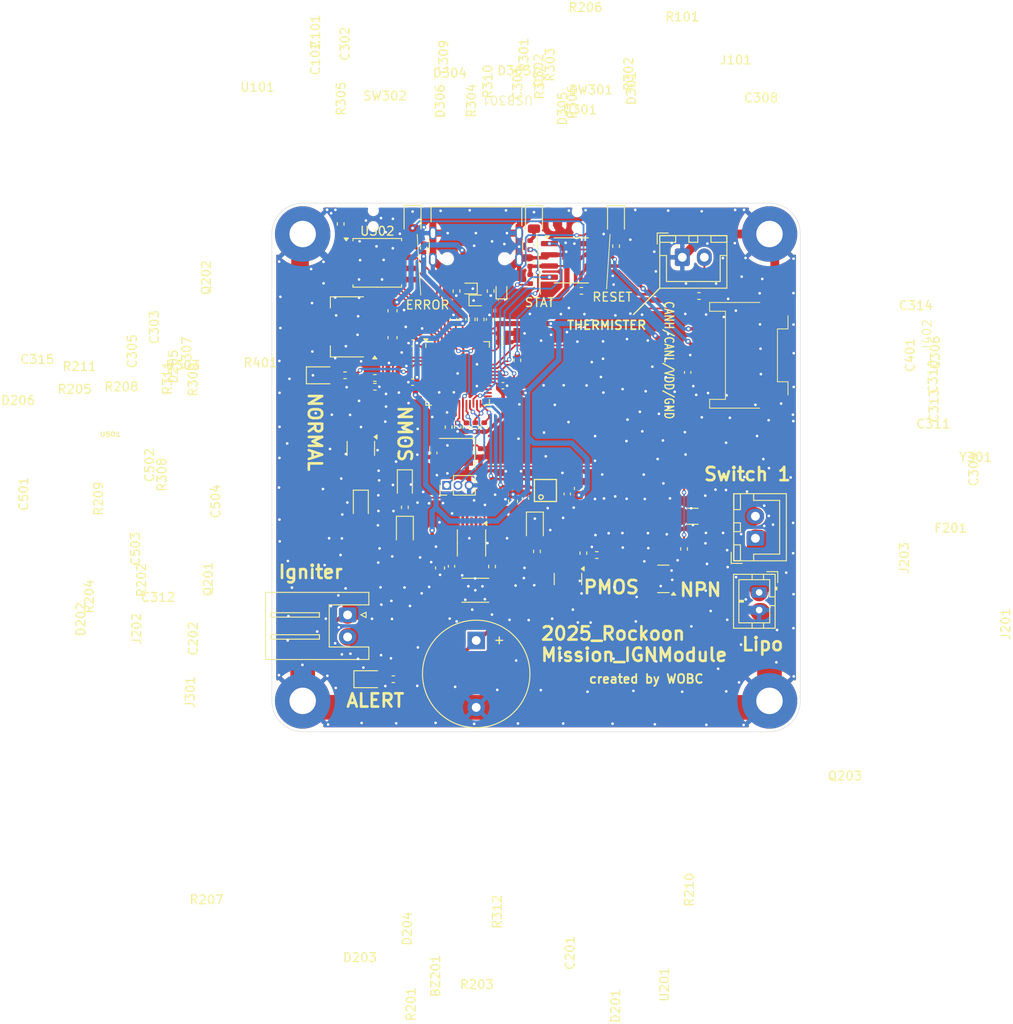
<source format=kicad_pcb>
(kicad_pcb (version 20241229) (generator "pcbnew") (generator_version "9.0")
  (layers (0 "F.Cu" signal) (2 "B.Cu" signal) (13 "F.Paste" user) (15 "B.Paste" user) (5 "F.SilkS" user "F.Silkscreen") (7 "B.SilkS" user "B.Silkscreen") (1 "F.Mask" user) (3 "B.Mask" user) (25 "Edge.Cuts" user))
  (net 0 "")
  (net 1 "GND")
  (net 2 "VDD")
  (net 3 "Net-(U303-XIN)")
  (net 4 "Net-(C304-Pad2)")
  (net 5 "Net-(U303-VREG_VOUT)")
  (net 6 "Net-(D201-A)")
  (net 7 "RESET")
  (net 8 "Net-(D301-A)")
  (net 9 "VBUS")
  (net 10 "/RP2040core/USB_D+")
  (net 11 "/RP2040core/USB_D-")
  (net 12 "Net-(D305-A)")
  (net 13 "Net-(D306-A)")
  (net 14 "Net-(J202-Pin_2)")
  (net 15 "Net-(J201-Pin_1)")
  (net 16 "Net-(Q201-S)")
  (net 17 "Net-(J301-Pin_2)")
  (net 18 "Net-(J301-Pin_1)")
  (net 19 "/IF/CANL")
  (net 20 "/IF/CANH")
  (net 21 "Net-(D202-K)")
  (net 22 "Net-(D203-A)")
  (net 23 "Net-(D204-A)")
  (net 24 "Net-(Q203-B)")
  (net 25 "Net-(D202-A)")
  (net 26 "Net-(USB301-CC1)")
  (net 27 "Net-(USB301-CC2)")
  (net 28 "Net-(R305-Pad2)")
  (net 29 "Net-(U302-~{CS})")
  (net 30 "Net-(U303-USB_DP)")
  (net 31 "Net-(U303-USB_DM)")
  (net 32 "Net-(U303-XOUT)")
  (net 33 "/I2C_SDA")
  (net 34 "Net-(U303-GPIO25)")
  (net 35 "/I2C_SCL")
  (net 36 "Net-(U303-GPIO24)")
  (net 38 "/RP2040core/CAN_TX")
  (net 40 "/RP2040core/CAN_RX")
  (net 41 "Net-(U302-IO2)")
  (net 42 "Net-(U302-CLK)")
  (net 43 "Net-(U302-DO(IO1))")
  (net 44 "Net-(U302-DI(IO0))")
  (net 45 "Net-(U302-IO3)")
  (net 46 "/RP2040core/GPIO18")
  (net 47 "/RP2040core/GPIO5")
  (net 48 "/RP2040core/GPIO19")
  (net 49 "/RP2040core/GPIO9")
  (net 50 "/RP2040core/GPIO14")
  (net 51 "/RP2040core/GPIO8")
  (net 52 "/RP2040core/GPIO10")
  (net 53 "/RP2040core/GPIO15")
  (net 54 "/RP2040core/GPIO26_ADC0")
  (net 55 "/RP2040core/GPIO28_ADC2")
  (net 56 "/RP2040core/GPIO11")
  (net 57 "/RP2040core/GPIO20")
  (net 58 "/RP2040core/GPIO27_ADC1")
  (net 59 "/RP2040core/GPIO13")
  (net 60 "/RP2040core/GPIO21")
  (net 61 "/RP2040core/GPIO6")
  (net 62 "/RP2040core/GPIO7")
  (net 63 "/RP2040core/GPIO29_ADC3")
  (net 64 "/RP2040core/GPIO12")
  (net 67 "Net-(D205-K)")
  (net 68 "Net-(Q201-G)")
  (net 69 "Net-(Q202-G)")
  (net 70 "Net-(Q203-C)")
  (net 71 "/LOW")
  (net 72 "/HIGH")
  (net 73 "Net-(D206-A)")
  (net 74 "/RP2040core/GPIO4")
  (net 75 "/Normal")
  (net 76 "Net-(J203-Pin_2)")
  (net 77 "Net-(BZ201-+)")
  (net 78 "/RP2040core/GPIO0")
  (footprint "Resistor_SMD:R_0402_1005Metric" (layer "F.Cu") (at 128.19 118.8 180)
    (property "Reference" "R207")
    (property "Value" "1k")
  )
  (footprint "Package_TO_SOT_SMD:SOT-23" (layer "F.Cu") (at 148.02 107.4275 -90)
    (property "Reference" "Q201")
    (property "Value" "Q_PMOS_GSD")
  )
  (footprint "Resistor_SMD:R_0402_1005Metric" (layer "F.Cu") (at 137.5 90.19 90)
    (property "Reference" "R309")
    (property "Value" "10k")
  )
  (footprint "Package_TO_SOT_SMD:SOT-23" (layer "F.Cu") (at 158.8425 107.41 180)
    (property "Reference" "Q203")
    (property "Value" "Q_NPN_BEC")
  )
  (footprint "Diode_SMD:D_SOD-882D" (layer "F.Cu") (at 136.805 74.45 180)
    (property "Reference" "D303")
    (property "Value" "5V")
  )
  (footprint "Resistor_SMD:R_0402_1005Metric" (layer "F.Cu") (at 134.47 90.19 90)
    (property "Reference" "R308")
    (property "Value" "1k")
  )
  (footprint "Capacitor_SMD:C_0402_1005Metric" (layer "F.Cu") (at 131.63 69.86 -90)
    (property "Reference" "C302")
    (property "Value" "100nF")
  )
  (footprint "Package_SO:SOIC-8_3.9x4.9mm_P1.27mm" (layer "F.Cu") (at 148.39 71.255)
    (property "Reference" "U301")
    (property "Value" "SN65HVD230")
  )
  (footprint "Resistor_SMD:R_0402_1005Metric" (layer "F.Cu") (at 151.29 104.7)
    (property "Reference" "R206")
    (property "Value" "510")
  )
  (footprint "Capacitor_SMD:C_0603_1608Metric" (layer "F.Cu") (at 149.26 97.135 90)
    (property "Reference" "C501")
    (property "Value" "10μF")
  )
  (footprint "Capacitor_SMD:C_0402_1005Metric" (layer "F.Cu") (at 143.72 71.44 -90)
    (property "Reference" "C301")
    (property "Value" "100nF")
  )
  (footprint "Capacitor_SMD:C_0402_1005Metric" (layer "F.Cu") (at 139.12 77.95 -90)
    (property "Reference" "C307")
    (property "Value" "1uF")
  )
  (footprint "Capacitor_SMD:C_0603_1608Metric" (layer "F.Cu") (at 128.1 80.025 -90)
    (property "Reference" "C102")
    (property "Value" "10uF")
  )
  (footprint "Resistor_SMD:R_0402_1005Metric" (layer "F.Cu") (at 137.085 77.95 -90)
    (property "Reference" "R306")
    (property "Value" "22.4")
  )
  (footprint "Resistor_SMD:R_0402_1005Metric" (layer "F.Cu") (at 126.1 85.6 180)
    (property "Reference" "R205")
    (property "Value" "10k")
  )
  (footprint "WOBCLibrary:Board_1U_60x60" (layer "F.Cu") (at 144.4 94.76)
    (property "Reference" "REF**" (hide yes))
    (property "Value" "Board_1U_60x60" (hide yes))
    (fp_line (start -30 26.5) (end -30 -26.5) (stroke (width 0.05)) (layer "Edge.Cuts"))
    (fp_line (start -26.5 -30) (end 26.5 -30) (stroke (width 0.05)) (layer "Edge.Cuts"))
    (fp_line (start 26.5 30) (end -26.5 30) (stroke (width 0.05)) (layer "Edge.Cuts"))
    (fp_line (start 30 -26.5) (end 30 26.5) (stroke (width 0.05)) (layer "Edge.Cuts"))
    (fp_arc (start -30 -26.5) (mid -28.974874 -28.974874) (end -26.5 -30) (stroke (width 0.05)) (layer "Edge.Cuts"))
    (fp_arc (start -26.5 30) (mid -28.974874 28.974874) (end -30 26.5) (stroke (width 0.05)) (layer "Edge.Cuts"))
    (fp_arc (start 26.5 -30) (mid 28.974874 -28.974874) (end 30 -26.5) (stroke (width 0.05)) (layer "Edge.Cuts"))
    (fp_arc (start 30 26.5) (mid 28.974874 28.974874) (end 26.5 30) (stroke (width 0.05)) (layer "Edge.Cuts"))
  )
  (footprint "Capacitor_SMD:C_0603_1608Metric" (layer "F.Cu") (at 128.1 76.975 -90)
    (property "Reference" "C101")
    (property "Value" "10uF")
  )
  (footprint "Capacitor_SMD:C_0402_1005Metric" (layer "F.Cu") (at 134.8 105.98 -90)
    (property "Reference" "C202")
    (property "Value" "100nF")
  )
  (footprint "LED_SMD:LED_0805_2012Metric" (layer "F.Cu") (at 129.5 101.99 -90)
    (property "Reference" "D205")
    (property "Value" "NMOS")
  )
  (footprint "Capacitor_SMD:C_0402_1005Metric" (layer "F.Cu") (at 136.49 90.19 -90)
    (property "Reference" "C306")
    (property "Value" "100nF")
  )
  (footprint "Resistor_SMD:R_0402_1005Metric" (layer "F.Cu") (at 138.51 90.19 90)
    (property "Reference" "R311")
    (property "Value" "10k")
  )
  (footprint "WOBCLibrary:USB_C_TYPEC-301S-ACP16X7" (layer "F.Cu") (at 137.575 68.95 180)
    (property "Reference" "USB301")
    (property "Value" "USB_C_Receptacle_USB2.0")
  )
  (footprint "LED_SMD:LED_0805_2012Metric" (layer "F.Cu") (at 144.26 101.51 -90)
    (property "Reference" "D201")
    (property "Value" "PMOS")
  )
  (footprint "Diode_SMD:D_SOD-323" (layer "F.Cu") (at 129.5 96.64 -90)
    (property "Reference" "D204")
    (property "Value" "D_Schottky")
  )
  (footprint "WOBCLibrary:TVAF06-A020B-R" (layer "F.Cu") (at 125.92 66.51 90)
    (property "Reference" "SW302")
    (property "Value" "BOOT0")
  )
  (footprint "Capacitor_SMD:C_0402_1005Metric" (layer "F.Cu") (at 135.03 77.94 90)
    (property "Reference" "C305")
    (property "Value" "100nF")
  )
  (footprint "Diode_SMD:D_SOD-882D" (layer "F.Cu") (at 140.465 74.7175 90)
    (property "Reference" "D302")
    (property "Value" "5V")
  )
  (footprint "Resistor_SMD:R_0402_1005Metric" (layer "F.Cu") (at 143.72 69.52 90)
    (property "Reference" "R310")
    (property "Value" "1k")
  )
  (footprint "Capacitor_SMD:C_0402_1005Metric" (layer "F.Cu") (at 132.78 93.11 90)
    (property "Reference" "C303")
    (property "Value" "27pF")
  )
  (footprint "Resistor_SMD:R_0402_1005Metric" (layer "F.Cu") (at 122.21 67.12 90)
    (property "Reference" "R305")
    (property "Value" "1k")
  )
  (footprint "Diode_SMD:D_SOD-323" (layer "F.Cu") (at 124.5 98.95 -90)
    (property "Reference" "D202")
    (property "Value" "D_Schottky")
  )
  (footprint "Connector_JST:JST_XH_S2B-XH-A_1x02_P2.50mm_Horizontal" (layer "F.Cu") (at 123 111.5 -90)
    (property "Reference" "J202")
    (property "Value" "IGNITER")
  )
  (footprint "Connector_JST:JST_XH_B2B-XH-A_1x02_P2.50mm_Vertical" (layer "F.Cu") (at 161 70.9)
    (property "Reference" "J101")
    (property "Value" "THERMISTER")
  )
  (footprint "Capacitor_SMD:C_0402_1005Metric" (layer "F.Cu") (at 147.94 97.77 90)
    (property "Reference" "C502")
    (property "Value" "100nF")
  )
  (footprint "Resistor_SMD:R_0402_1005Metric" (layer "F.Cu") (at 122.71 84.3 180)
    (property "Reference" "R211")
    (property "Value" "1k")
  )
  (footprint "Connector_PinHeader_1.27mm:PinHeader_1x03_P1.27mm_Vertical" (layer "F.Cu") (at 134.255 96.79 90)
    (property "Reference" "J301")
    (property "Value" "DEBUG")
  )
  (footprint "Capacitor_SMD:C_0402_1005Metric" (layer "F.Cu") (at 136.06 77.94 90)
    (property "Reference" "C310")
    (property "Value" "100nF")
  )
  (footprint "WOBCLibrary:Grove_4P_L_SMD" (layer "F.Cu") (at 167.8 82.03 90)
    (property "Reference" "J402")
    (property "Value" "Conn_01x04_MountingPin")
  )
  (footprint "Resistor_SMD:R_2010_5025Metric" (layer "F.Cu") (at 137.5 108.7)
    (property "Reference" "R203")
    (property "Value" "20mΩ")
  )
  (footprint "Resistor_SMD:R_0402_1005Metric" (layer "F.Cu") (at 135.365 74.74 -90)
    (property "Reference" "R304")
    (property "Value" "5.1k")
  )
  (footprint "Capacitor_SMD:C_0402_1005Metric" (layer "F.Cu") (at 140.6 79.54)
    (property "Reference" "C308")
    (property "Value" "100nF")
  )
  (footprint "Buzzer_Beeper:Buzzer_12x9.5RM7.6" (layer "F.Cu") (at 137.6 114.4 -90)
    (property "Reference" "BZ201")
    (property "Value" "Buzzer")
  )
  (footprint "Diode_SMD:D_SOD-882D" (layer "F.Cu") (at 137.6975 75.8)
    (property "Reference" "D304")
    (property "Value" "5V")
  )
  (footprint "LED_SMD:LED_0805_2012Metric" (layer "F.Cu") (at 153.47 66.7175 -90)
    (property "Reference" "D301")
    (property "Value" "RESET")
  )
  (footprint "WOBCLibrary:BME280" (layer "F.Cu") (at 145.455 97.375 180)
    (property "Reference" "U501")
    (property "Value" "~")
  )
  (footprint "Capacitor_SMD:C_0402_1005Metric" (layer "F.Cu") (at 140.6 80.54)
    (property "Reference" "C314")
    (property "Value" "100nF")
  )
  (footprint "Package_SO:SOIC-8_5.3x5.3mm_P1.27mm" (layer "F.Cu") (at 126.37 71.53)
    (property "Reference" "U302")
    (property "Value" "W25Q128JVS")
  )
  (footprint "Capacitor_SMD:C_0402_1005Metric" (layer "F.Cu") (at 130.4 80.64 180)
    (property "Reference" "C315")
    (property "Value" "100nF")
  )
  (footprint "Package_TO_SOT_SMD:SOT-23-3" (layer "F.Cu") (at 124.5 92.5925 -90)
    (property "Reference" "Q202")
    (property "Value" "Q_NMOS_DGS")
  )
  (footprint "Package_DFN_QFN:QFN-56-1EP_7x7mm_P0.4mm_EP3.2x3.2mm" (layer "F.Cu") (at 135.49 84.09)
    (property "Reference" "U303")
    (property "Value" "RP2040")
  )
  (footprint "Resistor_SMD:R_0402_1005Metric" (layer "F.Cu") (at 144.5 104.29 90)
    (property "Reference" "R201")
    (property "Value" "1k")
  )
  (footprint "Resistor_SMD:R_0402_1005Metric" (layer "F.Cu") (at 126.09 84.6 180)
    (property "Reference" "R208")
    (property "Value" "510")
  )
  (footprint "Resistor_SMD:R_0402_1005Metric" (layer "F.Cu") (at 153.48 69.64 90)
    (property "Reference" "R302")
    (property "Value" "1k")
  )
  (footprint "Connector_JST:JST_XH_B2B-XH-A_1x02_P2.50mm_Vertical" (layer "F.Cu") (at 169.3 102.8 90)
    (property "Reference" "J203")
    (property "Value" "PowerSW")
  )
  (footprint "Resistor_SMD:R_0402_1005Metric" (layer "F.Cu") (at 149.54 74.71)
    (property "Reference" "R401")
    (property "Value" "120")
  )
  (footprint "LED_SMD:LED_0805_2012Metric" (layer "F.Cu") (at 120 84.3)
    (property "Reference" "D206")
    (property "Value" "NORMAL")
  )
  (footprint "Resistor_SMD:R_0402_1005Metric" (layer "F.Cu") (at 142.27 82.6 90)
    (property "Reference" "R312")
    (property "Value" "1k")
  )
  (footprint "Connector_JST:JST_PH_B2B-PH-K_1x02_P2.00mm_Vertical" (layer "F.Cu") (at 169.725 108.95 -90)
    (property "Reference" "J201")
    (property "Value" "LiPo 2 Cell")
  )
  (footprint "Resistor_SMD:R_0402_1005Metric" (layer "F.Cu") (at 138.105 77.95 -90)
    (property "Reference" "R307")
    (property "Value" "22.4")
  )
  (footprint "WOBCLibrary:TVAF06-A020B-R" (layer "F.Cu") (at 149.06 66.64 90)
    (property "Reference" "SW301")
    (property "Value" "RESET_sw")
  )
  (footprint "LED_SMD:LED_0805_2012Metric" (layer "F.Cu") (at 125.4 118.8)
    (property "Reference" "D203")
    (property "Value" "ALERT")
  )
  (footprint "Crystal:Crystal_SMD_3225-4Pin_3.2x2.5mm" (layer "F.Cu") (at 135.43 93.11 180)
    (property "Reference" "Y301")
    (property "Value" "Crystal_GND24")
  )
  (footprint "Resistor_SMD:R_0402_1005Metric" (layer "F.Cu") (at 139.245 74.74 -90)
    (property "Reference" "R303")
    (property "Value" "5.1k")
  )
  (footprint "Capacitor_SMD:C_0402_1005Metric" (layer "F.Cu") (at 138.09 93.11 90)
    (property "Reference" "C304")
    (property "Value" "27pF")
  )
  (footprint "Capacitor_SMD:C_0603_1608Metric" (layer "F.Cu") (at 133.5 106.175 -90)
    (property "Reference" "C201")
    (property "Value" "10uF")
  )
  (footprint "Resistor_SMD:R_0402_1005Metric" (layer "F.Cu") (at 129.5 99.29 90)
    (property "Reference" "R209")
    (property "Value" "1k")
  )
  (footprint "Capacitor_SMD:C_0402_1005Metric" (layer "F.Cu") (at 140.63 85.48)
    (property "Reference" "C311")
    (property "Value" "100nF")
  )
  (footprint "Capacitor_SMD:C_0603_1608Metric" (layer "F.Cu") (at 141.78 98.6 -90)
    (property "Reference" "C504")
    (property "Value" "10μF")
  )
  (footprint "LED_SMD:LED_0805_2012Metric" (layer "F.Cu") (at 144.16 66.7175 -90)
    (property "Reference" "D305")
    (property "Value" "STAT")
  )
  (footprint "Capacitor_SMD:C_0402_1005Metric" (layer "F.Cu") (at 130.38 85.08 180)
    (property "Reference" "C312")
    (property "Value" "100nF")
  )
  (footprint "Capacitor_SMD:C_0402_1005Metric" (layer "F.Cu") (at 140.12 77.95 -90)
    (property "Reference" "C309")
    (property "Value" "1uF")
  )
  (footprint "Package_TO_SOT_SMD:SOT-223-3_TabPin2" (layer "F.Cu") (at 122.95 78.8 180)
    (property "Reference" "U101")
    (property "Value" "AMS1117-3.3")
  )
  (footprint "Resistor_SMD:R_0402_1005Metric" (layer "F.Cu") (at 162.89 75.3)
    (property "Reference" "R101")
    (property "Value" "10k")
  )
  (footprint "Fuse:Fuse_1206_3216Metric" (layer "F.Cu") (at 162.2 100.3 180)
    (property "Reference" "F201")
    (property "Value" "Polyfuse")
  )
  (footprint "Capacitor_SMD:C_0402_1005Metric" (layer "F.Cu") (at 135.49 90.19 -90)
    (property "Reference" "C313")
    (property "Value" "100nF")
  )
  (footprint "Capacitor_SMD:C_0402_1005Metric" (layer "F.Cu") (at 161.61 83.97 90)
    (property "Reference" "C401")
    (property "Value" "100nF")
  )
  (footprint "Resistor_SMD:R_0402_1005Metric" (layer "F.Cu") (at 139.4 106.01 90)
    (property "Reference" "R202")
    (property "Value" "10k")
  )
  (footprint "Resistor_SMD:R_0402_1005Metric" (layer "F.Cu") (at 161.2 104.01 -90)
    (property "Reference" "R210")
    (property "Value" "1k")
  )
  (footprint "LED_SMD:LED_0805_2012Metric" (layer "F.Cu") (at 130.37 66.69 -90)
    (property "Reference" "D306")
    (property "Value" "ERROR")
  )
  (footprint "Resistor_SMD:R_0402_1005Metric" (layer "F.Cu") (at 143.73 73.38 -90)
    (property "Reference" "R301")
    (property "Value" "10k")
  )
  (footprint "Capacitor_SMD:C_0402_1005Metric" (layer "F.Cu") (at 143.19 98.27 -90)
    (property "Reference" "C503")
    (property "Value" "100nF")
  )
  (footprint "Package_SO:VSSOP-10_3x3mm_P0.5mm" (layer "F.Cu") (at 137.07 103.33 -90)
    (property "Reference" "U201")
    (property "Value" "INA226")
  )
  (footprint "Resistor_SMD:R_0402_1005Metric" (layer "F.Cu") (at 149.77 104.49 -90)
    (property "Reference" "R204")
    (property "Value" "10k")
  )
  (gr_line (start 158.44 74.41) (end 155.45 77.4) (stroke (width 0.15)) (layer "F.SilkS"))
  (gr_line (start 131.3 75.2) (end 130.9 68.3) (stroke (width 0.1)) (layer "F.SilkS"))
  (gr_line (start 152.8 68.3) (end 152.4 74.5) (stroke (width 0.1)) (layer "F.SilkS"))
  (gr_line (start 144.9 75.1) (end 144.5 68.3) (stroke (width 0.1)) (layer "F.SilkS"))
  (gr_text "ALERT" (at 122.7 122.1 0) (layer "F.SilkS") (effects (font (size 1.5 1.5) (thickness 0.3) (bold yes)) (justify left bottom)))
  (gr_text "Switch 1" (at 163.3 96.4 0) (layer "F.SilkS") (effects (font (size 1.5 1.5) (thickness 0.3) (bold yes)) (justify left bottom)))
  (gr_text "Igniter" (at 115 107.5 0) (layer "F.SilkS") (effects (font (size 1.5 1.5) (thickness 0.3) (bold yes)) (justify left bottom)))
  (gr_text "PMOS" (at 149.63 109.23 0) (layer "F.SilkS") (effects (font (size 1.5 1.5) (thickness 0.3) (bold yes)) (justify left bottom)))
  (gr_text "ERROR" (at 129.5 76.9 0) (layer "F.SilkS") (effects (font (size 1 1)) (justify left bottom)))
  (gr_text "NPN" (at 160.55 109.53 0) (layer "F.SilkS") (effects (font (size 1.5 1.5) (thickness 0.3) (bold yes)) (justify left bottom)))
  (gr_text "STAT" (at 143.03 76.62 0) (layer "F.SilkS") (effects (font (size 1 1)) (justify left bottom)))
  (gr_text "NMOS" (at 128.6 87.6 270) (layer "F.SilkS") (effects (font (size 1.5 1.5) (thickness 0.3) (bold yes)) (justify left bottom)))
  (gr_text "CANH/CANL/VDD/GND" (at 158.9 75.8 -90) (layer "F.SilkS") (effects (font (size 1 0.8)) (justify left bottom)))
  (gr_text "THERMISTER" (at 147.8 79.2 0) (layer "F.SilkS") (effects (font (size 1 1) (thickness 0.2) (bold yes)) (justify left bottom)))
  (gr_text "created by WOBC" (at 150.3 119.35 0) (layer "F.SilkS") (effects (font (size 1 1) (thickness 0.2) (bold yes)) (justify left bottom)))
  (gr_text "Lipo" (at 167.6 115.7 0) (layer "F.SilkS") (effects (font (size 1.5 1.5) (thickness 0.3) (bold yes)) (justify left bottom)))
  (gr_text "RESET" (at 150.7 76 0) (layer "F.SilkS") (effects (font (size 1 1)) (justify left bottom)))
  (gr_text "NORMAL" (at 118.4 86.1 270) (layer "F.SilkS") (effects (font (size 1.5 1.5) (thickness 0.3) (bold yes)) (justify left bottom)))
  (gr_text "2025_Rockoon\nMission_IGNModule" (at 144.8 116.91 0) (layer "F.SilkS") (effects (font (size 1.5 1.5) (thickness 0.3) (bold yes)) (justify left bottom)))
  (segment (start 134.49 88.316496) (end 134.293248 88.513248) (width 0.2) (layer "F.Cu") (net 1))
  (segment (start 136.795 96.225) (end 135.53 94.96) (width 0.4) (layer "F.Cu") (net 1))
  (segment (start 144.16 65.78) (end 145.975 65.78) (width 0.8) (layer "F.Cu") (net 1))
  (segment (start 170.16 122) (end 170.9 121.26) (width 2) (layer "F.Cu") (net 1))
  (segment (start 147.75 69.26) (end 148.655001 69.26) (width 0.8) (layer "F.Cu") (net 1))
  (segment (start 137.59 121.99) (end 137.6 122) (width 2) (layer "F.Cu") (net 1))
  (segment (start 164.1 85.03) (end 162.19 85.03) (width 0.4) (layer "F.Cu") (net 1))
  (segment (start 147.75 68.354999) (end 147.75 69.26) (width 0.8) (layer "F.Cu") (net 1))
  (segment (start 128.9425 65.7125) (end 128.14 66.515) (width 0.8) (layer "F.Cu") (net 1))
  (segment (start 148.745001 69.35) (end 147.82 70.275001) (width 0.4) (layer "F.Cu") (net 1))
  (segment (start 140.925 72.62) (end 141.01 72.62) (width 0.8) (layer "F.Cu") (net 1))
  (segment (start 170.9 112.326) (end 172.52 110.706) (width 2) (layer "F.Cu") (net 1))
  (segment (start 121.562501 81.1) (end 126.1 81.1) (width 1) (layer "F.Cu") (net 1))
  (segment (start 144.25 100.5625) (end 141.8025 100.5625) (width 0.8) (layer "F.Cu") (net 1))
  (segment (start 139.245 75.25) (end 139.255 75.25) (width 0.6) (layer "F.Cu") (net 1))
  (segment (start 141.4775 75.1175) (end 143.69 77.33) (width 0.6) (layer "F.Cu") (net 1))
  (segment (start 159.11 82.38) (end 161.18 84.45) (width 0.6) (layer "F.Cu") (net 1))
  (segment (start 138.09 93.59) (end 138.399999 93.59) (width 0.6) (layer "F.Cu") (net 1))
  (segment (start 139.744604 106.52) (end 139.4 106.52) (width 0.8) (layer "F.Cu") (net 1))
  (segment (start 143.93 98.75) (end 143.19 98.75) (width 0.4) (layer "F.Cu") (net 1))
  (segment (start 141.09 68.16) (end 137.56 68.16) (width 0.8) (layer "F.Cu") (net 1))
  (segment (start 142.565 99.375) (end 143.19 98.75) (width 0.8) (layer "F.Cu") (net 1))
  (segment (start 117.9 121.26) (end 118.63 121.99) (width 2) (layer "F.Cu") (net 1))
  (segment (start 144.33 98.35) (end 145.253 98.35) (width 0.4) (layer "F.Cu") (net 1))
  (segment (start 145.915 70.62) (end 145.575 70.96) (width 0.4) (layer "F.Cu") (net 1))
  (segment (start 138.09 93.59) (end 136.9 93.59) (width 0.6) (layer "F.Cu") (net 1))
  (segment (start 116.64 119.92) (end 117.95 121.23) (width 1) (layer "F.Cu") (net 1))
  (segment (start 145.975 65.78) (end 146.835 66.64) (width 0.8) (layer "F.Cu") (net 1))
  (segment (start 136.30241 106.555) (end 134.895 106.555) (width 0.2) (layer "F.Cu") (net 1))
  (segment (start 143.19 99.2525) (end 143.19 98.75) (width 0.4) (layer "F.Cu") (net 1))
  (segment (start 145.915 70.62) (end 147.475001 70.62) (width 0.4) (layer "F.Cu") (net 1))
  (segment (start 143.09 79.54) (end 141.08 79.54) (width 0.6) (layer "F.Cu") (net 1))
  (segment (start 139.11 77.45) (end 139.11 77.48) (width 0.6) (layer "F.Cu") (net 1))
  (segment (start 137.130484 104.005) (end 138.9825 104.005) (width 0.2) (layer "F.Cu") (net 1))
  (segment (start 131.8825 65.7125) (end 130.38 65.7125) (width 0.8) (layer "F.Cu") (net 1))
  (segment (start 148.745001 69.35) (end 150.865 69.35) (width 0.6) (layer "F.Cu") (net 1))
  (segment (start 146.835 66.64) (end 146.835 67.439999) (width 0.8) (layer "F.Cu") (net 1))
  (segment (start 169.926 111.151) (end 169.725 111.151) (width 2) (layer "F.Cu") (net 1))
  (segment (start 172.22 87.44) (end 172.38 87.28) (width 1) (layer "F.Cu") (net 1))
  (segment (start 172.22 87.44) (end 171.5 86.72) (width 1) (layer "F.Cu") (net 1))
  (segment (start 147.79 97.44) (end 147.37 97.44) (width 0.4) (layer "F.Cu") (net 1))
  (segment (start 124.3 73.42) (end 122.77 73.42) (width 0.8) (layer "F.Cu") (net 1))
  (segment (start 172.22 87.51) (end 172.22 87.44) (width 1) (layer "F.Cu") (net 1))
  (segment (start 147.11 97.7) (end 146.58 97.7) (width 0.4) (layer "F.Cu") (net 1))
  (segment (start 144.26 100.5725) (end 144.26 100.3225) (width 0.4) (layer "F.Cu") (net 1))
  (segment (start 148.07 97.29) (end 149 96.36) (width 0.8) (layer "F.Cu") (net 1))
  (segment (start 138.9825 104.005) (end 140.02 105.0425) (width 0.2) (layer "F.Cu") (net 1))
  (segment (start 147.75 70.205001) (end 147.807525 70.262526) (width 0.8) (layer "F.Cu") (net 1))
  (segment (start 169.725 110.95) (end 169.85043 110.95) (width 1) (layer "F.Cu") (net 1))
  (segment (start 171.5 86.72) (end 171.5 68.78) (width 1) (layer "F.Cu") (net 1))
  (segment (start 145.253 98.35) (end 145.903 97.7) (width 0.4) (layer "F.Cu") (net 1))
  (segment (start 135.53 94.96) (end 136.53 93.96) (width 0.4) (layer "F.Cu") (net 1))
  (segment (start 123.1975 91.1025) (end 122.645 90.55) (width 2.8) (layer "F.Cu") (net 1))
  (segment (start 144 85.968629) (end 143.511371 85.48) (width 0.6) (layer "F.Cu") (net 1))
  (segment (start 119.0625 84.3) (end 119.0625 83.600001) (width 1) (layer "F.Cu") (net 1))
  (segment (start 135.365 76.765) (end 136.06 77.46) (width 0.8) (layer "F.Cu") (net 1))
  (segment (start 132.78 94.51) (end 133.23 94.96) (width 0.4) (layer "F.Cu") (net 1))
  (segment (start 137.305 75.8075) (end 137.305 75.81) (width 0.6) (layer "F.Cu") (net 1))
  (segment (start 135.03 77.46) (end 136.06 77.46) (width 0.6) (layer "F.Cu") (net 1))
  (segment (start 146.4 79.4) (end 146.1 79.7) (width 0.6) (layer "F.Cu") (net 1))
  (segment (start 117.599 90.249) (end 117.599 68.561) (width 2) (layer "F.Cu") (net 1))
  (segment (start 147.33 96.4) (end 146.58 96.4) (width 0.4) (layer "F.Cu") (net 1))
  (segment (start 170.9 112.326) (end 170.9 112.125) (width 2) (layer "F.Cu") (net 1))
  (segment (start 135.335 75.26) (end 135.345 75.25) (width 0.8) (layer "F.Cu") (net 1))
  (segment (start 147.94 97.29) (end 147.93 97.28) (width 0.4) (layer "F.Cu") (net 1))
  (segment (start 140.02 105.12) (end 140.02 105.9) (width 0.2) (layer "F.Cu") (net 1))
  (segment (start 126.1 81.1) (end 127.8 81.1) (width 0.4) (layer "F.Cu") (net 1))
  (segment (start 141.8025 100.5625) (end 141.78 100.54) (width 0.8) (layer "F.Cu") (net 1))
  (segment (start 134.57 92.26) (end 134.33 92.26) (width 0.3) (layer "F.Cu") (net 1))
  (segment (start 149 96.36) (end 149.26 96.36) (width 0.8) (layer "F.Cu") (net 1))
  (segment (start 141.09 68.16) (end 142.47 68.16) (width 0.8) (layer "F.Cu") (net 1))
  (segment (start 134.36 68.16) (end 132.68 68.16) (width 0.8) (layer "F.Cu") (net 1))
  (segment (start 118.63 121.99) (end 137.59 121.99) (width 2.8) (layer "F.Cu") (net 1))
  (segment (start 132.68 68.16) (end 132.68 69.4) (width 0.8) (layer "F.Cu") (net 1))
  (segment (start 147.94 97.29) (end 148.07 97.29) (width 0.8) (layer "F.Cu") (net 1))
  (segment (start 135.021812 75.25) (end 135.325 75.25) (width 0.8) (layer "F.Cu") (net 1))
  (segment (start 136.57 105.53) (end 136.57 106.28741) (width 0.2) (layer "F.Cu") (net 1))
  (segment (start 147.93 97.28) (end 147.93 97) (width 0.4) (layer "F.Cu") (net 1))
  (segment (start 135.02 77.44) (end 135.03 77.43) (width 0.6) (layer "F.Cu") (net 1))
  (segment (start 117.599 68.561) (end 117.9 68.26) (width 2) (layer "F.Cu") (net 1))
  (segment (start 142.47 68.16) (end 142.47 71.16) (width 0.8) (layer "F.Cu") (net 1))
  (segment (start 151.69 96.36) (end 153.38 98.05) (width 0.8) (layer "F.Cu") (net 1))
  (segment (start 135.03 77.43) (end 135.03 77.1) (width 0.6) (layer "F.Cu") (net 1))
  (segment (start 161.18 84.45) (end 161.61 84.45) (width 0.6) (layer "F.Cu") (net 1))
  (segment (start 163.64 68.26) (end 170.9 68.26) (width 1) (layer "F.Cu") (net 1))
  (segment (start 140.465 75.1175) (end 140.465 77.125) (width 0.6) (layer "F.Cu") (net 1))
  (segment (start 145.575 70.96) (end 143.72 70.96) (width 0.4) (layer "F.Cu") (net 1))
  (segment (start 135.325 75.25) (end 135.335 75.26) (width 0.8) (layer "F.Cu") (net 1))
  (segment (start 140.02 105.12) (end 140.02 105.0425) (width 0.2) (layer "F.Cu") (net 1))
  (segment (start 134.225 74.453188) (end 135.021812 75.25) (width 0.8) (layer "F.Cu") (net 1))
  (segment (start 140.465 77.125) (end 140.12 77.47) (width 0.6) (layer "F.Cu") (net 1))
  (segment (start 141.78 99.375) (end 141.78 100.54) (width 0.8) (layer "F.Cu") (net 1))
  (segment (start 169.85043 110.95) (end 169.85 110.95043) (width 1) (layer "F.Cu") (net 1))
  (segment (start 139.12 77.47) (end 140.12 77.47) (width 0.6) (layer "F.Cu") (net 1))
  (segment (start 141.415 73.11) (end 141.415 74.74627) (width 0.8) (layer "F.Cu") (net 1))
  (segment (start 135.345 75.25) (end 135.365 75.25) (width 0.8) (layer "F.Cu") (net 1))
  (segment (start 141.78 99.375) (end 142.565 99.375) (width 0.8) (layer "F.Cu") (net 1))
  (segment (start 172.06 87.517818) (end 172.06 87.33) (width 0.2) (layer "F.Cu") (net 1))
  (segment (start 136.53 93.96) (end 136.27 93.96) (width 0.3) (layer "F.Cu") (net 1))
  (segment (start 123.55 91.455) (end 123.1975 91.1025) (width 2) (layer "F.Cu") (net 1))
  (segment (start 170.9 112.125) (end 169.926 111.151) (width 2) (layer "F.Cu") (net 1))
  (segment (start 147.93 97) (end 147.33 96.4) (width 0.4) (layer "F.Cu") (net 1))
  (segment (start 148.745001 69.35) (end 147.75 68.354999) (width 0.4) (layer "F.Cu") (net 1))
  (segment (start 171.5 68.78) (end 170.95 68.23) (width 1) (layer "F.Cu") (net 1))
  (segment (start 127.8 81.1) (end 128.1 80.8) (width 0.4) (layer "F.Cu") (net 1))
  (segment (start 136.57 105.53) (end 136.57 104.565484) (width 0.2) (layer "F.Cu") (net 1))
  (segment (start 147.75 69.26) (end 147.75 70.205001) (width 0.8) (layer "F.Cu") (net 1))
  (segment (start 140.925 72.62) (end 141.415 73.11) (width 0.8) (layer "F.Cu") (net 1))
  (segment (start 170.9 121.26) (end 170.9 112.326) (width 2.8) (layer "F.Cu") (net 1))
  (segment (start 128.1 80.8) (end 129.5 80.8) (width 0.4) (layer "F.Cu") (net 1))
  (segment (start 132.68 66.51) (end 131.8825 65.7125) (width 0.8) (layer "F.Cu") (net 1))
  (segment (start 131.63 69.38) (end 132.66 69.38) (width 0.4) (layer "F.Cu") (net 1))
  (segment (start 119.0625 83.600001) (end 121.562501 81.1) (width 1) (layer "F.Cu") (net 1))
  (segment (start 141.01 72.62) (end 142.47 71.16) (width 0.8) (layer "F.Cu") (net 1))
  (segment (start 140.3325 75.25) (end 140.465 75.1175) (width 0.6) (layer "F.Cu") (net 1))
  (segment (start 128.14 66.515) (end 128.14 66.53) (width 0.8) (layer "F.Cu") (net 1))
  (segment (start 139.255 75.25) (end 139.255 77.335) (width 0.6) (layer "F.Cu") (net 1))
  (segment (start 117.9 90.55) (end 117.599 90.249) (width 2) (layer "F.Cu") (net 1))
  (segment (start 144.26 100.3225) (end 143.19 99.2525) (width 0.4) (layer "F.Cu") (net 1))
  (segment (start 172.52 110.706) (end 172.52 88.31) (width 2) (layer "F.Cu") (net 1))
  (segment (start 147.475001 70.62) (end 147.82 70.275001) (width 0.4) (layer "F.Cu") (net 1))
  (segment (start 141.415 74.74627) (end 140.99377 75.1675) (width 0.8) (layer "F.Cu") (net 1))
  (segment (start 132.68 69.4) (end 132.68 70.44) (width 0.8) (layer "F.Cu") (net 1))
  (segment (start 144 87.989999) (end 144 85.968629) (width 0.6) (layer "F.Cu") (net 1))
  (segment (start 172.52 88.31) (end 171.54 87.33) (width 2) (layer "F.Cu") (net 1))
  (segment (start 136.9 93.59) (end 136.53 93.96) (width 0.6) (layer "F.Cu") (net 1))
  (segment (start 134.49 87.5275) (end 134.49 85.09) (width 0.2) (layer "F.Cu") (net 1))
  (segment (start 147.37 97.44) (end 147.11 97.7) (width 0.4) (layer "F.Cu") (net 1))
  (segment (start 148.655001 69.26) (end 148.745001 69.35) (width 0.8) (layer "F.Cu") (net 1))
  (segment (start 144.26 100.5725) (end 144.25 100.5625) (width 0.8) (layer "F.Cu") (net 1))
  (segment (start 142.47 67.367504) (end 142.47 68.16) (width 0.8) (layer "F.Cu") (net 1))
  (segment (start 122.645 90.55) (end 117.9 90.55) (width 2.8) (layer "F.Cu") (net 1))
  (segment (start 129.5 80.8) (end 129.76 80.8) (width 0.4) (layer "F.Cu") (net 1))
  (segment (start 133.5 106.95) (end 134.31 106.95) (width 0.2) (layer "F.Cu") (net 1))
  (segment (start 140.02 105.9) (end 139.4 106.52) (width 0.2) (layer "F.Cu") (net 1))
  (segment (start 147.9 79.4) (end 146.4 79.4) (width 0.6) (layer "F.Cu") (net 1))
  (segment (start 145.903 97.7) (end 146.58 97.7) (width 0.4) (layer "F.Cu") (net 1))
  (segment (start 135.03 77.45) (end 135.02 77.44) (width 0.6) (layer "F.Cu") (net 1))
  (segment (start 132.78 93.59) (end 132.78 94.51) (width 0.4) (layer "F.Cu") (net 1))
  (segment (start 144.057504 65.78) (end 142.47 67.367504) (width 0.8) (layer "F.Cu") (net 1))
  (segment (start 129.15 78.8) (end 129.6 78.8) (width 0.4) (layer "F.Cu") (net 1))
  (segment (start 136.53 94.16) (end 136.53 93.96) (width 0.8) (layer "F.Cu") (net 1))
  (segment (start 146.835 67.439999) (end 147.75 68.354999) (width 0.8) (layer "F.Cu") (net 1))
  (segment (start 135.49 90.67) (end 136.49 90.67) (width 0.6) (layer "F.Cu") (net 1))
  (segment (start 136.57 106.28741) (end 136.30241 106.555) (width 0.2) (layer "F.Cu") (net 1))
  (segment (start 134.49 85.09) (end 135.49 84.09) (width 0.2) (layer "F.Cu") (net 1))
  (segment (start 136.27 93.96) (end 134.57 92.26) (width 0.3) (layer "F.Cu") (net 1))
  (segment (start 139.14 77.45) (end 139.11 77.45) (width 0.6) (layer "F.Cu") (net 1))
  (segment (start 137.215 74.46) (end 137.205 75.7075) (width 0.6) (layer "F.Cu") (net 1))
  (segment (start 144.33 98.35) (end 143.93 98.75) (width 0.4) (layer "F.Cu") (net 1))
  (segment (start 135.03 77.1) (end 135.365 76.765) (width 0.6) (layer "F.Cu") (net 1))
  (segment (start 132.58 70.34) (end 132.68 70.44) (width 0.4) (layer "F.Cu") (net 1))
  (segment (start 117.9 90.55) (end 117.9 121.26) (width 2.8) (layer "F.Cu") (net 1))
  (segment (start 134.895 106.555) (end 134.8 106.46) (width 0.2) (layer "F.Cu") (net 1))
  (segment (start 139.255 77.335) (end 139.14 77.45) (width 0.6) (layer "F.Cu") (net 1))
  (segment (start 137.6 122) (end 170.16 122) (width 2.8) (layer "F.Cu") (net 1))
  (segment (start 137.205 74.45) (end 137.215 74.46) (width 0.6) (layer "F.Cu") (net 1))
  (segment (start 137.3075 75.81) (end 137.2975 75.8) (width 0.6) (layer "F.Cu") (net 1))
  (segment (start 134.36 68.16) (end 137.56 68.16) (width 0.8) (layer "F.Cu") (net 1))
  (segment (start 162.19 85.03) (end 161.61 84.45) (width 0.4) (layer "F.Cu") (net 1))
  (segment (start 128.14 66.53) (end 128.125 66.53) (width 0.8) (layer "F.Cu") (net 1))
  (segment (start 134.14 72.62) (end 134.225 72.62) (width 0.8) (layer "F.Cu") (net 1))
  (segment (start 136.57 104.565484) (end 137.130484 104.005) (width 0.2) (layer "F.Cu") (net 1))
  (segment (start 141.08 79.54) (end 141.08 80.54) (width 0.4) (layer "F.Cu") (net 1))
  (segment (start 134.49 87.5275) (end 134.49 88.316496) (width 0.2) (layer "F.Cu") (net 1))
  (segment (start 130.38 65.7125) (end 128.9425 65.7125) (width 0.8) (layer "F.Cu") (net 1))
  (segment (start 132.68 71.16) (end 134.14 72.62) (width 0.8) (layer "F.Cu") (net 1))
  (segment (start 142.47 71.16) (end 142.67 70.96) (width 0.8) (layer "F.Cu") (net 1))
  (segment (start 141.78 100.54) (end 141.78 104.484604) (width 0.8) (layer "F.Cu") (net 1))
  (segment (start 128.125 66.53) (end 128.145 66.51) (width 0.8) (layer "F.Cu") (net 1))
  (segment (start 136.795 96.79) (end 136.795 96.225) (width 0.4) (layer "F.Cu") (net 1))
  (segment (start 141.78 104.484604) (end 139.744604 106.52) (width 0.8) (layer "F.Cu") (net 1))
  (segment (start 132.66 69.38) (end 132.68 69.4) (width 0.4) (layer "F.Cu") (net 1))
  (segment (start 137.305 75.81) (end 137.3075 75.81) (width 0.6) (layer "F.Cu") (net 1))
  (segment (start 134.31 106.95) (end 134.8 106.46) (width 0.2) (layer "F.Cu") (net 1))
  (segment (start 132.68 68.16) (end 132.68 66.51) (width 0.8) (layer "F.Cu") (net 1))
  (segment (start 135.03 77.46) (end 135.03 77.45) (width 0.6) (layer "F.Cu") (net 1))
  (segment (start 137.205 75.7075) (end 137.305 75.8075) (width 0.6) (layer "F.Cu") (net 1))
  (segment (start 134.225 72.62) (end 134.225 74.453188) (width 0.8) (layer "F.Cu") (net 1))
  (segment (start 138.399999 93.59) (end 144 87.989999) (width 0.6) (layer "F.Cu") (net 1))
  (segment (start 143.511371 85.48) (end 141.11 85.48) (width 0.6) (layer "F.Cu") (net 1))
  (segment (start 161 70.9) (end 163.64 68.26) (width 1) (layer "F.Cu") (net 1))
  (segment (start 128.1 77.75) (end 129.15 78.8) (width 0.4) (layer "F.Cu") (net 1))
  (segment (start 135.365 75.25) (end 135.365 76.765) (width 0.8) (layer "F.Cu") (net 1))
  (segment (start 132.68 70.44) (end 132.68 71.16) (width 0.8) (layer "F.Cu") (net 1))
  (segment (start 140.465 75.1175) (end 141.4775 75.1175) (width 0.6) (layer "F.Cu") (net 1))
  (segment (start 129.76 80.8) (end 129.92 80.64) (width 0.4) (layer "F.Cu") (net 1))
  (segment (start 147.94 97.29) (end 147.79 97.44) (width 0.4) (layer "F.Cu") (net 1))
  (segment (start 142.67 70.96) (end 143.72 70.96) (width 0.8) (layer "F.Cu") (net 1))
  (segment (start 149.26 96.36) (end 151.69 96.36) (width 0.8) (layer "F.Cu") (net 1))
  (segment (start 117.9 84.3) (end 119.0625 84.3) (width 1) (layer "F.Cu") (net 1))
  (segment (start 133.23 94.96) (end 135.53 94.96) (width 0.4) (layer "F.Cu") (net 1))
  (segment (start 144.16 65.78) (end 144.057504 65.78) (width 0.8) (layer "F.Cu") (net 1))
  (segment (start 140.99377 75.1675) (end 140.465 75.1675) (width 0.8) (layer "F.Cu") (net 1))
  (segment (start 139.11 77.48) (end 139.12 77.47) (width 0.6) (layer "F.Cu") (net 1))
  (segment (start 139.255 75.25) (end 140.3325 75.25) (width 0.6) (layer "F.Cu") (net 1))
  (via (at 167.66 114.87) (size 0.5) (drill 0.3) (layers "F.Cu" "B.Cu") (net 1))
  (via (at 138.58 109.72) (size 0.5) (drill 0.3) (layers "F.Cu" "B.Cu") (net 1))
  (via (at 129.46 108.39) (size 0.5) (drill 0.3) (layers "F.Cu" "B.Cu") (net 1))
  (via (at 139.4 69.1) (size 0.5) (drill 0.3) (layers "F.Cu" "B.Cu") (net 1))
  (via (at 129.672183 83.24) (size 0.5) (drill 0.3) (layers "F.Cu" "B.Cu") (net 1))
  (via (at 157.08 80.35) (size 0.5) (drill 0.3) (layers "F.Cu" "B.Cu") (net 1))
  (via (at 146.22 111.93) (size 0.5) (drill 0.3) (layers "F.Cu" "B.Cu") (net 1))
  (via (at 115.29 103.15) (size 0.5) (drill 0.3) (layers "F.Cu" "B.Cu") (net 1))
  (via (at 139.39 111.46) (size 0.5) (drill 0.3) (layers "F.Cu" "B.Cu") (net 1))
  (via (at 153.4 77.5) (size 0.5) (drill 0.3) (layers "F.Cu" "B.Cu") (net 1))
  (via (at 135.02 77.44) (size 0.5) (drill 0.3) (layers "F.Cu" "B.Cu") (net 1))
  (via (at 133.56 65.63) (size 0.5) (drill 0.3) (layers "F.Cu" "B.Cu") (net 1))
  (via (at 151.084398 93.998684) (size 0.5) (drill 0.3) (layers "F.Cu" "B.Cu") (net 1))
  (via (at 124.53 82.71) (size 0.5) (drill 0.3) (layers "F.Cu" "B.Cu") (net 1))
  (via (at 122 112.91) (size 0.5) (drill 0.3) (layers "F.Cu" "B.Cu") (net 1))
  (via (at 142.68 95.19) (size 0.5) (drill 0.3) (layers "F.Cu" "B.Cu") (net 1))
  (via (at 147.47 100.48) (size 0.5) (drill 0.3) (layers "F.Cu" "B.Cu") (net 1))
  (via (at 166.96 69.3) (size 0.5) (drill 0.3) (layers "F.Cu" "B.Cu") (net 1))
  (via (at 127.36 86.41) (size 0.5) (drill 0.3) (layers "F.Cu" "B.Cu") (net 1))
  (via (at 128.52 123.81) (size 0.5) (drill 0.3) (layers "F.Cu" "B.Cu") (net 1))
  (via (at 146.52 87.65) (size 0.5) (drill 0.3) (layers "F.Cu" "B.Cu") (net 1))
  (via (at 124.2 77.6) (size 0.5) (drill 0.3) (layers "F.Cu" "B.Cu") (net 1))
  (via (at 169.78 74.99) (size 0.5) (drill 0.3) (layers "F.Cu" "B.Cu") (net 1))
  (via (at 138.31 108.25) (size 0.5) (drill 0.3) (layers "F.Cu" "B.Cu") (net 1))
  (via (at 144.26 100.5725) (size 0.5) (drill 0.3) (layers "F.Cu" "B.Cu") (net 1))
  (via (at 136.86 65.57) (size 0.5) (drill 0.3) (layers "F.Cu" "B.Cu") (net 1))
  (via (at 173.63 109.15) (size 0.5) (drill 0.3) (layers "F.Cu" "B.Cu") (net 1))
  (via (at 169.49 91.19) (size 0.5) (drill 0.3) (layers "F.Cu" "B.Cu") (net 1))
  (via (at 126.5 99.7) (size 0.5) (drill 0.3) (layers "F.Cu" "B.Cu") (net 1))
  (via (at 130.96 90.38) (size 0.5) (drill 0.3) (layers "F.Cu" "B.Cu") (net 1))
  (via (at 124.13 79.7) (size 0.5) (drill 0.3) (layers "F.Cu" "B.Cu") (net 1))
  (via (at 165.07 117.61) (size 0.5) (drill 0.3) (layers "F.Cu" "B.Cu") (net 1))
  (via (at 173.62 113.01) (size 0.5) (drill 0.3) (layers "F.Cu" "B.Cu") (net 1))
  (via (at 135.49 90.67) (size 0.5) (drill 0.3) (layers "F.Cu" "B.Cu") (net 1))
  (via (at 126.4 92.8) (size 0.5) (drill 0.3) (layers "F.Cu" "B.Cu") (net 1))
  (via (at 126.44 101.33) (size 0.5) (drill 0.3) (layers "F.Cu" "B.Cu") (net 1))
  (via (at 156.62 95.57) (size 0.5) (drill 0.3) (layers "F.Cu" "B.Cu") (net 1))
  (via (at 127.28 89.56) (size 0.5) (drill 0.3) (layers "F.Cu" "B.Cu") (net 1))
  (via (at 158.04 116.78) (size 0.5) (drill 0.3) (layers "F.Cu" "B.Cu") (net 1))
  (via (at 115.27 90.15) (size 0.5) (drill 0.3) (layers "F.Cu" "B.Cu") (net 1))
  (via (at 141.09 68.16) (size 0.5) (drill 0.3) (layers "F.Cu" "B.Cu") (net 1))
  (via (at 150.24 120.22) (size 0.5) (drill 0.3) (layers "F.Cu" "B.Cu") (net 1))
  (via (at 166.4 89.12) (size 0.5) (drill 0.3) (layers "F.Cu" "B.Cu") (net 1))
  (via (at 149.56 109.07) (size 0.5) (drill 0.3) (layers "F.Cu" "B.Cu") (net 1))
  (via (at 122.89 85.65) (size 0.5) (drill 0.3) (layers "F.Cu" "B.Cu") (net 1))
  (via (at 152 80.45) (size 0.5) (drill 0.3) (layers "F.Cu" "B.Cu") (net 1))
  (via (at 158 72.5) (size 0.5) (drill 0.3) (layers "F.Cu" "B.Cu") (net 1))
  (via (at 172.22 87.51) (size 0.5) (drill 0.3) (layers "F.Cu" "B.Cu") (net 1))
  (via (at 128.04 111.96) (size 0.5) (drill 0.3) (layers "F.Cu" "B.Cu") (net 1))
  (via (at 157.88 123.92) (size 0.5) (drill 0.3) (layers "F.Cu" "B.Cu") (net 1))
  (via (at 126.74 108.37) (size 0.5) (drill 0.3) (layers "F.Cu" "B.Cu") (net 1))
  (via (at 115.37 75.39) (size 0.5) (drill 0.3) (layers "F.Cu" "B.Cu") (net 1))
  (via (at 157.14 103.92) (size 0.5) (drill 0.3) (layers "F.Cu" "B.Cu") (net 1))
  (via (at 163.2 65.68) (size 0.5) (drill 0.3) (layers "F.Cu" "B.Cu") (net 1))
  (via (at 137.305 75.81) (size 0.5) (drill 0.3) (layers "F.Cu" "B.Cu") (net 1))
  (via (at 118.86 72.24) (size 0.5) (drill 0.3) (layers "F.Cu" "B.Cu") (net 1))
  (via (at 172.8 106.7) (size 0.5) (drill 0.3) (layers "F.Cu" "B.Cu") (net 1))
  (via (at 115.26 100.68) (size 0.5) (drill 0.3) (layers "F.Cu" "B.Cu") (net 1))
  (via (at 163.63 103.37) (size 0.5) (drill 0.3) (layers "F.Cu" "B.Cu") (net 1))
  (via (at 155.45 120.12) (size 0.5) (drill 0.3) (layers "F.Cu" "B.Cu") (net 1))
  (via (at 164.22 111.05) (size 0.5) (drill 0.3) (layers "F.Cu" "B.Cu") (net 1))
  (via (at 135.06 86.23) (size 0.5) (drill 0.3) (layers "F.Cu" "B.Cu") (net 1))
  (via (at 165.97 91.95) (size 0.5) (drill 0.3) (layers "F.Cu" "B.Cu") (net 1))
  (via (at 156.84 86.11) (size 0.5) (drill 0.3) (layers "F.Cu" "B.Cu") (net 1))
  (via (at 162.58 86.52) (size 0.5) (drill 0.3) (layers "F.Cu" "B.Cu") (net 1))
  (via (at 161.37 93.29) (size 0.5) (drill 0.3) (layers "F.Cu" "B.Cu") (net 1))
  (via (at 129.92 80.64) (size 0.5) (drill 0.3) (layers "F.Cu" "B.Cu") (net 1))
  (via (at 122.28 96.02) (size 0.5) (drill 0.3) (layers "F.Cu" "B.Cu") (net 1))
  (via (at 165.6 71) (size 0.5) (drill 0.3) (layers "F.Cu" "B.Cu") (net 1))
  (via (at 159.41 87.93) (size 0.5) (drill 0.3) (layers "F.Cu" "B.Cu") (net 1))
  (via (at 128.21 99.71) (size 0.5) (drill 0.3) (layers "F.Cu" "B.Cu") (net 1))
  (via (at 155.72 112.24) (size 0.5) (drill 0.3) (layers "F.Cu" "B.Cu") (net 1))
  (via (at 170.84 94.84) (size 0.5) (drill 0.3) (layers "F.Cu" "B.Cu") (net 1))
  (via (at 173.65 81.79) (size 0.5) (drill 0.3) (layers "F.Cu" "B.Cu") (net 1))
  (via (at 128.5 94.1) (size 0.5) (drill 0.3) (layers "F.Cu" "B.Cu") (net 1))
  (via (at 145.3 90.8) (size 0.5) (drill 0.3) (layers "F.Cu" "B.Cu") (net 1))
  (via (at 167.68 102.33) (size 0.5) (drill 0.3) (layers "F.Cu" "B.Cu") (net 1))
  (via (at 167.1 107.21) (size 0.5) (drill 0.3) (layers "F.Cu" "B.Cu") (net 1))
  (via (at 140.92 98.37) (size 0.5) (drill 0.3) (layers "F.Cu" "B.Cu") (net 1))
  (via (at 137.69 83.05) (size 0.5) (drill 0.3) (layers "F.Cu" "B.Cu") (net 1))
  (via (at 155.66 65.52) (size 0.5) (drill 0.3) (layers "F.Cu" "B.Cu") (net 1))
  (via (at 124.42 71.23) (size 0.5) (drill 0.3) (layers "F.Cu" "B.Cu") (net 1))
  (via (at 141.1 102.8) (size 0.5) (drill 0.3) (layers "F.Cu" "B.Cu") (net 1))
  (via (at 134.33 95.43) (size 0.5) (drill 0.3) (layers "F.Cu" "B.Cu") (net 1))
  (via (at 127.97 109.91) (size 0.5) (drill 0.3) (layers "F.Cu" "B.Cu") (net 1))
  (via (at 143.09 79.54) (size 0.5) (drill 0.3) (layers "F.Cu" "B.Cu") (net 1))
  (via (at 166.1 112.05) (size 0.5) (drill 0.3) (layers "F.Cu" "B.Cu") (net 1))
  (via (at 134.86 99.98) (size 0.5) (drill 0.3) (layers "F.Cu" "B.Cu") (net 1))
  (via (at 159.4 79.6) (size 0.5) (drill 0.3) (layers "F.Cu" "B.Cu") (net 1))
  (via (at 120.67 65.51) (size 0.5) (drill 0.3) (layers "F.Cu" "B.Cu") (net 1))
  (via (at 147.82 70.275001) (size 0.5) (drill 0.3) (layers "F.Cu" "B.Cu") (net 1))
  (via (at 150.02 65.56) (size 0.5) (drill 0.3) (layers "F.Cu" "B.Cu") (net 1))
  (via (at 168 65.52) (size 0.5) (drill 0.3) (layers "F.Cu" "B.Cu") (net 1))
  (via (at 149.14 112.36) (size 0.5) (drill 0.3) (layers "F.Cu" "B.Cu") (net 1))
  (via (at 135.49 84.09) (size 0.5) (drill 0.3) (layers "F.Cu" "B.Cu") (net 1))
  (via (at 163.85 69.34) (size 0.5) (drill 0.3) (layers "F.Cu" "B.Cu") (net 1))
  (via (at 152.64 102.23) (size 0.5) (drill 0.3) (layers "F.Cu" "B.Cu") (net 1))
  (via (at 152 82.42) (size 0.5) (drill 0.3) (layers "F.Cu" "B.Cu") (net 1))
  (via (at 154.24 103.85) (size 0.5) (drill 0.3) (layers "F.Cu" "B.Cu") (net 1))
  (via (at 148.67 99.32) (size 0.5) (drill 0.3) (layers "F.Cu" "B.Cu") (net 1))
  (via (at 143.08 106.16) (size 0.5) (drill 0.3) (layers "F.Cu" "B.Cu") (net 1))
  (via (at 124.36 69.09) (size 0.5) (drill 0.3) (layers "F.Cu" "B.Cu") (net 1))
  (via (at 154.78 89.33) (size 0.5) (drill 0.3) (layers "F.Cu" "B.Cu") (net 1))
  (via (at 128.82 86.26) (size 0.5) (drill 0.3) (layers "F.Cu" "B.Cu") (net 1))
  (via (at 156.69 105.42) (size 0.5) (drill 0.3) (layers "F.Cu" "B.Cu") (net 1))
  (via (at 142.14 116.68) (size 0.5) (drill 0.3) (layers "F.Cu" "B.Cu") (net 1))
  (via (at 135.38 112.24) (size 0.5) (drill 0.3) (layers "F.Cu" "B.Cu") (net 1))
  (via (at 144.16 65.78) (size 0.5) (drill 0.3) (layers "F.Cu" "B.Cu") (net 1))
  (via (at 130.91 119.55) (size 0.5) (drill 0.3) (layers "F.Cu" "B.Cu") (net 1))
  (via (at 131.58 97.54) (size 0.5) (drill 0.3) (layers "F.Cu" "B.Cu") (net 1))
  (via (at 142.34 123.83) (size 0.5) (drill 0.3) (layers "F.Cu" "B.Cu") (net 1))
  (via (at 137.36 98.5) (size 0.5) (drill 0.3) (layers "F.Cu" "B.Cu") (net 1))
  (via (at 173.58 104.5) (size 0.5) (drill 0.3) (layers "F.Cu" "B.Cu") (net 1))
  (via (at 137.51 95.73) (size 0.5) (drill 0.3) (layers "F.Cu" "B.Cu") (net 1))
  (via (at 157.6 83.32) (size 0.5) (drill 0.3) (layers "F.Cu" "B.Cu") (net 1))
  (via (at 126.83 110.33) (size 0.5) (drill 0.3) (layers "F.Cu" "B.Cu") (net 1))
  (via (at 135.335 75.26) (size 0.5) (drill 0.3) (layers "F.Cu" "B.Cu") (net 1))
  (via (at 162 99.4) (size 0.5) (drill 0.3) (layers "F.Cu" "B.Cu") (net 1))
  (via (at 134.36 68.16) (size 0.5) (drill 0.3) (layers "F.Cu" "B.Cu") (net 1))
  (via (at 161.9 82) (size 0.5) (drill 0.3) (layers "F.Cu" "B.Cu") (net 1))
  (via (at 151.08 98.34) (size 0.5) (drill 0.3) (layers "F.Cu" "B.Cu") (net 1))
  (via (at 150.13 85.45) (size 0.5) (drill 0.3) (layers "F.Cu" "B.Cu") (net 1))
  (via (at 115.23 71.39) (size 0.5) (drill 0.3) (layers "F.Cu" "B.Cu") (net 1))
  (via (at 115.26 93.68) (size 0.5) (drill 0.3) (layers "F.Cu" "B.Cu") (net 1))
  (via (at 149.36 107.63) (size 0.5) (drill 0.3) (layers "F.Cu" "B.Cu") (net 1))
  (via (at 121.61 65.52) (size 0.5) (drill 0.3) (layers "F.Cu" "B.Cu") (net 1))
  (via (at 147.9 79.4) (size 0.5) (drill 0.3) (layers "F.Cu" "B.Cu") (net 1))
  (via (at 116.28 111.63) (size 0.5) (drill 0.3) (layers "F.Cu" "B.Cu") (net 1))
  (via (at 165.63 102.19) (size 0.5) (drill 0.3) (layers "F.Cu" "B.Cu") (net 1))
  (via (at 127.28 119.58) (size 0.5) (drill 0.3) (layers "F.Cu" "B.Cu") (net 1))
  (via (at 125.77 111.94) (size 0.5) (drill 0.3) (layers "F.Cu" "B.Cu") (net 1))
  (via (at 141.11 85.48) (size 0.5) (drill 0.3) (layers "F.Cu" "B.Cu") (net 1))
  (via (at 119.55 113.39) (size 0.5) (drill 0.3) (layers "F.Cu" "B.Cu") (net 1))
  (via (at 154.66 91.77) (size 0.5) (drill 0.3) (layers "F.Cu" "B.Cu") (net 1))
  (via (at 147.53 85.43) (size 0.5) (drill 0.3) (layers "F.Cu" "B.Cu") (net 1))
  (via (at 159.4 65.6) (size 0.5) (drill 0.3) (layers "F.Cu" "B.Cu") (net 1))
  (via (at 154.22 85.87) (size 0.5) (drill 0.3) (layers "F.Cu" "B.Cu") (net 1))
  (via (at 156.46 90.66) (size 0.5) (drill 0.3) (layers "F.Cu" "B.Cu") (net 1))
  (via (at 132.24 98.83) (size 0.5) (drill 0.3) (layers "F.Cu" "B.Cu") (net 1))
  (via (at 133.5 106.95) (size 0.6) (drill 0.3) (layers "F.Cu" "B.Cu") (net 1))
  (via (at 126.61 85.6) (size 0.5) (drill 0.3) (layers "F.Cu" "B.Cu") (net 1))
  (via (at 163.7 77.4) (size 0.5) (drill 0.3) (layers "F.Cu" "B.Cu") (net 1))
  (via (at 124.79 117.48) (size 0.5) (drill 0.3) (layers "F.Cu" "B.Cu") (net 1))
  (via (at 120.2 97.21) (size 0.5) (drill 0.3) (layers "F.Cu" "B.Cu") (net 1))
  (via (at 166.09 104.15) (size 0.5) (drill 0.3) (layers "F.Cu" "B.Cu") (net 1))
  (via (at 137.67 85.52) (size 0.5) (drill 0.3) (layers "F.Cu" "B.Cu") (net 1))
  (via (at 161.34 77.33) (size 0.5) (drill 0.3) (layers "F.Cu" "B.Cu") (net 1))
  (via (at 138.59 99.01) (size 0.5) (drill 0.3) (layers "F.Cu" "B.Cu") (net 1))
  (via (at 137.56 68.16) (size 0.5) (drill 0.3) (layers "F.Cu" "B.Cu") (net 1))
  (via (at 156.43 77.42) (size 0.5) (drill 0.3) (layers "F.Cu" "B.Cu") (net 1))
  (via (at 116.68 108.4) (size 0.5) (drill 0.3) (layers "F.Cu" "B.Cu") (net 1))
  (via (at 119 81.6) (size 0.5) (drill 0.3) (layers "F.Cu" "B.Cu") (net 1))
  (via (at 129.6 78.8) (size 0.5) (drill 0.3) (layers "F.Cu" "B.Cu") (net 1))
  (via (at 120.9 102.8) (size 0.5) (drill 0.3) (layers "F.Cu" "B.Cu") (net 1))
  (via (at 135.21 119.66) (size 0.5) (drill 0.3) (layers "F.Cu" "B.Cu") (net 1))
  (via (at 151.1 91.2) (size 0.5) (drill 0.3) (layers "F.Cu" "B.Cu") (net 1))
  (via (at 128.07 104.86) (size 0.5) (drill 0.3) (layers "F.Cu" "B.Cu") (net 1))
  (via (at 150.72 82.8) (size 0.5) (drill 0.3) (layers "F.Cu" "B.Cu") (net 1))
  (via (at 159.11 82.38) (size 0.5) (drill 0.3) (layers "F.Cu" "B.Cu") (net 1))
  (via (at 161.42 73.88) (size 0.5) (drill 0.3) (layers "F.Cu" "B.Cu") (net 1))
  (via (at 156.18 88.44) (size 0.5) (drill 0.3) (layers "F.Cu" "B.Cu") (net 1))
  (via (at 162.03 112.8) (size 0.5) (drill 0.3) (layers "F.Cu" "B.Cu") (net 1))
  (via (at 149.09 80.48) (size 0.5) (drill 0.3) (layers "F.Cu" "B.Cu") (net 1))
  (via (at 151.91 95.56) (size 0.5) (drill 0.3) (layers "F.Cu" "B.Cu") (net 1))
  (via (at 133.83 98.81) (size 0.5) (drill 0.3) (layers "F.Cu" "B.Cu") (net 1))
  (via (at 121.59 75.47) (size 0.5) (drill 0.3) (layers "F.Cu" "B.Cu") (net 1))
  (via (at 152.04 86.26) (size 0.5) (drill 0.3) (layers "F.Cu" "B.Cu") (net 1))
  (via (at 136.36 109.78) (size 0.5) (drill 0.3) (layers "F.Cu" "B.Cu") (net 1))
  (via (at 132.26 108.32) (size 0.5) (drill 0.3) (layers "F.Cu" "B.Cu") (net 1))
  (via (at 159.6 98.27) (size 0.5) (drill 0.3) (layers "F.Cu" "B.Cu") (net 1))
  (via (at 127.92 116.43) (size 0.5) (drill 0.3) (layers "F.Cu" "B.Cu") (net 1))
  (via (at 167.96 123.99) (size 0.5) (drill 0.3) (layers "F.Cu" "B.Cu") (net 1))
  (via (at 134.59 111.92) (size 0.5) (drill 0.3) (layers "F.Cu" "B.Cu") (net 1))
  (via (at 131.41 109.05) (size 0.5) (drill 0.3) (layers "F.Cu" "B.Cu") (net 1))
  (via (at 170.82 100.26) (size 0.5) (drill 0.3) (layers "F.Cu" "B.Cu") (net 1))
  (via (at 121.95 109.29) (size 0.5) (drill 0.3) (layers "F.Cu" "B.Cu") (net 1))
  (via (at 136.01 107.01) (size 0.5) (drill 0.3) (layers "F.Cu" "B.Cu") (net 1))
  (via (at 146.01 101.87) (size 0.5) (drill 0.3) (layers "F.Cu" "B.Cu") (net 1))
  (via (at 121 92.66) (size 0.5) (drill 0.3) (layers "F.Cu" "B.Cu") (net 1))
  (via (at 171.3 101.25) (size 0.5) (drill 0.3) (layers "F.Cu" "B.Cu") (net 1))
  (via (at 154.68 98.32) (size 0.5) (drill 0.3) (layers "F.Cu" "B.Cu") (net 1))
  (via (at 130.38 65.7125) (size 0.5) (drill 0.3) (layers "F.Cu" "B.Cu") (net 1))
  (via (at 160.47 105.3) (size 0.5) (drill 0.3) (layers "F.Cu" "B.Cu") (net 1))
  (via (at 158.34 88.67) (size 0.5) (drill 0.3) (layers "F.Cu" "B.Cu") (net 1))
  (via (at 138.88 103.35) (size 0.5) (drill 0.3) (layers "F.Cu" "B.Cu") (net 1))
  (via (at 173.63 78.54) (size 0.5) (drill 0.3) (layers "F.Cu" "B.Cu") (net 1))
  (via (at 144.97 80.36) (size 0.5) (drill 0.3) (layers "F.Cu" "B.Cu") (net 1))
  (via (at 142.4 91.5) (size 0.5) (drill 0.3) (layers "F.Cu" "B.Cu") (net 1))
  (via (at 121.59 114.72) (size 0.5) (drill 0.3) (layers "F.Cu" "B.Cu") (net 1))
  (via (at 131.46 78.98) (size 0.5) (drill 0.3) (layers "F.Cu" "B.Cu") (net 1))
  (via (at 143.01 107.32) (size 0.5) (drill 0.3) (layers "F.Cu" "B.Cu") (net 1))
  (via (at 130.92 93.31) (size 0.5) (drill 0.3) (layers "F.Cu" "B.Cu") (net 1))
  (via (at 122.8 81) (size 0.5) (drill 0.3) (layers "F.Cu" "B.Cu") (net 1))
  (via (at 126.28 69.66) (size 0.5) (drill 0.3) (layers "F.Cu" "B.Cu") (net 1))
  (via (at 116.22 105.38) (size 0.5) (drill 0.3) (layers "F.Cu" "B.Cu") (net 1))
  (via (at 164.84 73.88) (size 0.5) (drill 0.3) (layers "F.Cu" "B.Cu") (net 1))
  (via (at 120.78 123.94) (size 0.5) (drill 0.3) (layers "F.Cu" "B.Cu") (net 1))
  (via (at 170.08 73.36) (size 0.5) (drill 0.3) (layers "F.Cu" "B.Cu") (net 1))
  (via (at 153.28 108.36) (size 0.5) (drill 0.3) (layers "F.Cu" "B.Cu") (net 1))
  (via (at 127.09 71.2) (size 0.5) (drill 0.3) (layers "F.Cu" "B.Cu") (net 1))
  (via (at 140.8 69.4) (size 0.5) (drill 0.3) (layers "F.Cu" "B.Cu") (net 1))
  (via (at 115.21 97.04) (size 0.5) (drill 0.3) (layers "F.Cu" "B.Cu") (net 1))
  (via (at 148.12 76.66) (size 0.5) (drill 0.3) (layers "F.Cu" "B.Cu") (net 1))
  (via (at 129.37 90.37) (size 0.5) (drill 0.3) (layers "F.Cu" "B.Cu") (net 1))
  (via (at 124.3 75.5) (size 0.5) (drill 0.3) (layers "F.Cu" "B.Cu") (net 1))
  (via (at 130.19 96.7) (size 0.5) (drill 0.3) (layers "F.Cu" "B.Cu") (net 1))
  (via (at 154.2 102.21) (size 0.5) (drill 0.3) (layers "F.Cu" "B.Cu") (net 1))
  (via (at 155.1 68.9) (size 0.5) (drill 0.3) (layers "F.Cu" "B.Cu") (net 1))
  (via (at 131.23 104.98) (size 0.5) (drill 0.3) (layers "F.Cu" "B.Cu") (net 1))
  (via (at 120.39 105.85) (size 0.5) (drill 0.3) (layers "F.Cu" "B.Cu") (net 1))
  (via (at 152.11 98.28) (size 0.5) (drill 0.3) (layers "F.Cu" "B.Cu") (net 1))
  (via (at 121.1 110.5) (size 0.5) (drill 0.3) (layers "F.Cu" "B.Cu") (net 1))
  (via (at 153.38 98.05) (size 0.5) (drill 0.3) (layers "F.Cu" "B.Cu") (net 1))
  (via (at 153.08 123.85) (size 0.5) (drill 0.3) (layers "F.Cu" "B.Cu") (net 1))
  (via (at 148.08 89.61) (size 0.5) (drill 0.3) (layers "F.Cu" "B.Cu") (net 1))
  (via (at 144.93 120.04) (size 0.5) (drill 0.3) (layers "F.Cu" "B.Cu") (net 1))
  (via (at 133.43 100.99) (size 0.5) (drill 0.3) (layers "F.Cu" "B.Cu") (net 1))
  (via (at 116.4 84.7) (size 0.5) (drill 0.3) (layers "F.Cu" "B.Cu") (net 1))
  (via (at 126.91 73.42) (size 0.5) (drill 0.3) (layers "F.Cu" "B.Cu") (net 1))
  (via (at 171.68 116.88) (size 0.5) (drill 0.3) (layers "F.Cu" "B.Cu") (net 1))
  (via (at 168.05 95.84) (size 0.5) (drill 0.3) (layers "F.Cu" "B.Cu") (net 1))
  (via (at 147.75 69.26) (size 0.5) (drill 0.3) (layers "F.Cu" "B.Cu") (net 1))
  (via (at 158.55 108.23) (size 0.5) (drill 0.3) (layers "F.Cu" "B.Cu") (net 1))
  (via (at 137.215 74.46) (size 0.5) (drill 0.3) (layers "F.Cu" "B.Cu") (net 1))
  (via (at 173.65 118.48) (size 0.5) (drill 0.3) (layers "F.Cu" "B.Cu") (net 1))
  (via (at 142.07 108.17) (size 0.5) (drill 0.3) (layers "F.Cu" "B.Cu") (net 1))
  (via (at 153.1 73) (size 0.5) (drill 0.3) (layers "F.Cu" "B.Cu") (net 1))
  (via (at 137.37 123.87) (size 0.5) (drill 0.3) (layers "F.Cu" "B.Cu") (net 1))
  (via (at 129.57 91.74) (size 0.5) (drill 0.3) (layers "F.Cu" "B.Cu") (net 1))
  (via (at 137.5 108.7) (size 0.5) (drill 0.3) (layers "F.Cu" "B.Cu") (net 1))
  (via (at 143.56 112.09) (size 0.5) (drill 0.3) (layers "F.Cu" "B.Cu") (net 1))
  (via (at 128.93 68.23) (size 0.5) (drill 0.3) (layers "F.Cu" "B.Cu") (net 1))
  (via (at 116.14 92.04) (size 0.5) (drill 0.3) (layers "F.Cu" "B.Cu") (net 1))
  (via (at 127.33 68.05) (size 0.5) (drill 0.3) (layers "F.Cu" "B.Cu") (net 1))
  (via (at 120.7 118.41) (size 0.5) (drill 0.3) (layers "F.Cu" "B.Cu") (net 1))
  (via (at 125.08 66.73) (size 0.5) (drill 0.3) (layers "F.Cu" "B.Cu") (net 1))
  (via (at 141.38 112.06) (size 0.5) (drill 0.3) (layers "F.Cu" "B.Cu") (net 1))
  (via (at 130.94 98.75) (size 0.5) (drill 0.3) (layers "F.Cu" "B.Cu") (net 1))
  (via (at 165.96 97.32) (size 0.5) (drill 0.3) (layers "F.Cu" "B.Cu") (net 1))
  (via (at 149.89 77.36) (size 0.5) (drill 0.3) (layers "F.Cu" "B.Cu") (net 1))
  (via (at 150.59 112.37) (size 0.5) (drill 0.3) (layers "F.Cu" "B.Cu") (net 1))
  (via (at 126.8 116.07) (size 0.5) (drill 0.3) (layers "F.Cu" "B.Cu") (net 1))
  (via (at 130.08 110.48) (size 0.5) (drill 0.3) (layers "F.Cu" "B.Cu") (net 1))
  (via (at 148.12 65.6) (size 0.5) (drill 0.3) (layers "F.Cu" "B.Cu") (net 1))
  (via (at 129.14 81.71) (size 0.5) (drill 0.3) (layers "F.Cu" "B.Cu") (net 1))
  (via (at 163.68 102.19) (size 0.5) (drill 0.3) (layers "F.Cu" "B.Cu") (net 1))
  (via (at 147.21 77.36) (size 0.5) (drill 0.3) (layers "F.Cu" "B.Cu") (net 1))
  (via (at 139.11 77.45) (size 0.5) (drill 0.3) (layers "F.Cu" "B.Cu") (net 1))
  (via (at 136.71 108.25) (size 0.5) (drill 0.3) (layers "F.Cu" "B.Cu") (net 1))
  (via (at 121.65 119.79) (size 0.5) (drill 0.3) (layers "F.Cu" "B.Cu") (net 1))
  (via (at 140.98 65.58) (size 0.5) (drill 0.3) (layers "F.Cu" "B.Cu") (net 1))
  (via (at 131.66 67.5) (size 0.5) (drill 0.3) (layers "F.Cu" "B.Cu") (net 1))
  (via (at 157.1 102.22) (size 0.5) (drill 0.3) (layers "F.Cu" "B.Cu") (net 1))
  (via (at 139.75 97.85) (size 0.5) (drill 0.3) (layers "F.Cu" "B.Cu") (net 1))
  (via (at 120.2625 71.4175) (size 0.5) (drill 0.3) (layers "F.Cu" "B.Cu") (net 1))
  (via (at 167.74 73.1) (size 0.5) (drill 0.3) (layers "F.Cu" "B.Cu") (net 1))
  (via (at 133.13 95.64) (size 0.5) (drill 0.3) (layers "F.Cu" "B.Cu") (net 1))
  (via (at 166.15 106.07) (size 0.5) (drill 0.3) (layers "F.Cu" "B.Cu") (net 1))
  (via (at 123.28 88.79) (size 0.5) (drill 0.3) (layers "F.Cu" "B.Cu") (net 1))
  (via (at 143.69 77.33) (size 0.5) (drill 0.3) (layers "F.Cu" "B.Cu") (net 1))
  (via (at 159.8 69.28) (size 0.5) (drill 0.3) (layers "F.Cu" "B.Cu") (net 1))
  (via (at 126.58 96.23) (size 0.5) (drill 0.3) (layers "F.Cu" "B.Cu") (net 1))
  (via (at 133.03 103.75) (size 0.5) (drill 0.3) (layers "F.Cu" "B.Cu") (net 1))
  (via (at 120.52 111.93) (size 0.5) (drill 0.3) (layers "F.Cu" "B.Cu") (net 1))
  (via (at 158.2 93.8) (size 0.5) (drill 0.3) (layers "F.Cu" "B.Cu") (net 1))
  (via (at 129.92 87.46) (size 0.5) (drill 0.3) (layers "F.Cu" "B.Cu") (net 1))
  (via (at 122.97 98.74) (size 0.5) (drill 0.3) (layers "F.Cu" "B.Cu") (net 1))
  (via (at 159.86 107.52) (size 0.5) (drill 0.3) (layers "F.Cu" "B.Cu") (net 1))
  (via (at 119 107.3) (size 0.5) (drill 0.3) (layers "F.Cu" "B.Cu") (net 1))
  (via (at 163.8 105.71) (size 0.5) (drill 0.3) (layers "F.Cu" "B.Cu") (net 1))
  (via (at 153.2 74) (size 0.5) (drill 0.3) (layers "F.Cu" "B.Cu") (net 1))
  (via (at 132.49 105.51) (size 0.5) (drill 0.3) (layers "F.Cu" "B.Cu") (net 1))
  (via (at 126.52 95.13) (size 0.5) (drill 0.3) (layers "F.Cu" "B.Cu") (net 1))
  (via (at 173.65 85.62) (size 0.5) (drill 0.3) (layers "F.Cu" "B.Cu") (net 1))
  (via (at 147.48 123.83) (size 0.5) (drill 0.3) (layers "F.Cu" "B.Cu") (net 1))
  (via (at 145.72 99.38) (size 0.5) (drill 0.3) (layers "F.Cu" "B.Cu") (net 1))
  (via (at 167.44 119.16) (size 0.5) (drill 0.3) (layers "F.Cu" "B.Cu") (net 1))
  (via (at 168.21 109.74) (size 0.5) (drill 0.3) (layers "F.Cu" "B.Cu") (net 1))
  (via (at 159.13 84.51) (size 0.5) (drill 0.3) (layers "F.Cu" "B.Cu") (net 1))
  (via (at 126.49 97.92) (size 0.5) (drill 0.3) (layers "F.Cu" "B.Cu") (net 1))
  (via (at 167 65.52) (size 0.5) (drill 0.3) (layers "F.Cu" "B.Cu") (net 1))
  (via (at 168.18 70.98) (size 0.5) (drill 0.3) (layers "F.Cu" "B.Cu") (net 1))
  (via (at 163.73 123.98) (size 0.5) (drill 0.3) (layers "F.Cu" "B.Cu") (net 1))
  (via (at 115.25 82.67) (size 0.5) (drill 0.3) (layers "F.Cu" "B.Cu") (net 1))
  (via (at 137.149812 110.899812) (size 0.5) (drill 0.3) (layers "F.Cu" "B.Cu") (net 1))
  (via (at 160.13 86.17) (size 0.5) (drill 0.3) (layers "F.Cu" "B.Cu") (net 1))
  (via (at 124.3 73.42) (size 0.5) (drill 0.3) (layers "F.Cu" "B.Cu") (net 1))
  (via (at 169.3 87.65) (size 0.5) (drill 0.3) (layers "F.Cu" "B.Cu") (net 1))
  (via (at 165.99 120.18) (size 0.5) (drill 0.3) (layers "F.Cu" "B.Cu") (net 1))
  (via (at 136.82 102.8) (size 0.5) (drill 0.3) (layers "F.Cu" "B.Cu") (net 1))
  (via (at 170.8 89.4) (size 0.5) (drill 0.3) (layers "F.Cu" "B.Cu") (net 1))
  (via (at 122.8 93.24) (size 0.5) (drill 0.3) (layers "F.Cu" "B.Cu") (net 1))
  (via (at 126.63 103.95) (size 0.5) (drill 0.3) (layers "F.Cu" "B.Cu") (net 1))
  (via (at 173.58 101.05) (size 0.5) (drill 0.3) (layers "F.Cu" "B.Cu") (net 1))
  (via (at 122.77 108.49) (size 0.5) (drill 0.3) (layers "F.Cu" "B.Cu") (net 1))
  (via (at 121.21 88.77) (size 0.5) (drill 0.3) (layers "F.Cu" "B.Cu") (net 1))
  (via (at 163.66 108.74) (size 0.5) (drill 0.3) (layers "F.Cu" "B.Cu") (net 1))
  (via (at 171.76 113.21) (size 0.5) (drill 0.3) (layers "F.Cu" "B.Cu") (net 1))
  (via (at 115.21 118.34) (size 0.5) (drill 0.3) (layers "F.Cu" "B.Cu") (net 1))
  (via (at 137.37 69.59) (size 0.5) (drill 0.3) (layers "F.Cu" "B.Cu") (net 1))
  (via (at 133.4 86.24) (size 0.5) (drill 0.3) (layers "F.Cu" "B.Cu") (net 1))
  (via (at 155.81 109.45) (size 0.5) (drill 0.3) (layers "F.Cu" "B.Cu") (net 1))
  (via (at 139.99 120.01) (size 0.5) (drill 0.3) (layers "F.Cu" "B.Cu") (net 1))
  (via (at 145.5 93.5) (size 0.5) (drill 0.3) (layers "F.Cu" "B.Cu") (net 1))
  (via (at 170.2 93.81) (size 0.5) (drill 0.3) (layers "F.Cu" "B.Cu") (net 1))
  (via (at 167.08 76.96) (size 0.5) (drill 0.3) (layers "F.Cu" "B.Cu") (net 1))
  (via (at 148.745001 69.35) (size 0.5) (drill 0.3) (layers "F.Cu" "B.Cu") (net 1))
  (via (at 169.82 78.52) (size 0.5) (drill 0.3) (layers "F.Cu" "B.Cu") (net 1))
  (via (at 173.56 88.77) (size 0.5) (drill 0.3) (layers "F.Cu" "B.Cu") (net 1))
  (via (at 150.73 103.78) (size 0.5) (drill 0.3) (layers "F.Cu" "B.Cu") (net 1))
  (via (at 146.1 79.7) (size 0.5) (drill 0.3) (layers "F.Cu" "B.Cu") (net 1))
  (via (at 140.96 95.2) (size 0.5) (drill 0.3) (layers "F.Cu" "B.Cu") (net 1))
  (via (at 161.29 90.76) (size 0.5) (drill 0.3) (layers "F.Cu" "B.Cu") (net 1))
  (via (at 164.77 97.28) (size 0.5) (drill 0.3) (layers "F.Cu" "B.Cu") (net 1))
  (via (at 115.37 78.93) (size 0.5) (drill 0.3) (layers "F.Cu" "B.Cu") (net 1))
  (via (at 122.35 102.82) (size 0.5) (drill 0.3) (layers "F.Cu" "B.Cu") (net 1))
  (via (at 121.13 65.9) (size 0.5) (drill 0.3) (layers "F.Cu" "B.Cu") (net 1))
  (via (at 128.13 69.88) (size 0.5) (drill 0.3) (layers "F.Cu" "B.Cu") (net 1))
  (via (at 173.3 95.9) (size 0.5) (drill 0.3) (layers "F.Cu" "B.Cu") (net 1))
  (via (at 162.25 85.53) (size 0.5) (drill 0.3) (layers "F.Cu" "B.Cu") (net 1))
  (via (at 153.19 116.47) (size 0.5) (drill 0.3) (layers "F.Cu" "B.Cu") (net 1))
  (via (at 163.92 86.31) (size 0.5) (drill 0.3) (layers "F.Cu" "B.Cu") (net 1))
  (via (at 147.27 116.37) (size 0.5) (drill 0.3) (layers "F.Cu" "B.Cu") (net 1))
  (via (at 169.88 81.28) (size 0.5) (drill 0.3) (layers "F.Cu" "B.Cu") (net 1))
  (via (at 151.76 84.49) (size 0.5) (drill 0.3) (layers "F.Cu" "B.Cu") (net 1))
  (via (at 163.61 97.96) (size 0.5) (drill 0.3) (layers "F.Cu" "B.Cu") (net 1))
  (via (at 160.99 120.22) (size 0.5) (drill 0.3) (layers "F.Cu" "B.Cu") (net 1))
  (via (at 129.9 85.08) (size 0.5) (drill 0.3) (layers "F.Cu" "B.Cu") (net 1))
  (via (at 120.27 73.86) (size 0.5) (drill 0.3) (layers "F.Cu" "B.Cu") (net 1))
  (via (at 163.21 89.07) (size 0.5) (drill 0.3) (layers "F.Cu" "B.Cu") (net 1))
  (via (at 144.19 108.13) (size 0.5) (drill 0.3) (layers "F.Cu" "B.Cu") (net 1))
  (via (at 152.07 68.26) (size 0.5) (drill 0.3) (layers "F.Cu" "B.Cu") (net 1))
  (via (at 173.62 74.97) (size 0.5) (drill 0.3) (layers "F.Cu" "B.Cu") (net 1))
  (via (at 159.78 106.46) (size 0.5) (drill 0.3) (layers "F.Cu" "B.Cu") (net 1))
  (via (at 169.92 84.17) (size 0.5) (drill 0.3) (layers "F.Cu" "B.Cu") (net 1))
  (via (at 128.14 66.53) (size 0.5) (drill 0.3) (layers "F.Cu" "B.Cu") (net 1))
  (via (at 119.0625 84.3) (size 0.5) (drill 0.3) (layers "F.Cu" "B.Cu") (net 1))
  (via (at 128.14 96.74) (size 0.5) (drill 0.3) (layers "F.Cu" "B.Cu") (net 1))
  (via (at 151.14 102.44) (size 0.5) (drill 0.3) (layers "F.Cu" "B.Cu") (net 1))
  (via (at 130.98 115.19) (size 0.5) (drill 0.3) (layers "F.Cu" "B.Cu") (net 1))
  (via (at 155.1 77.3) (size 0.5) (drill 0.3) (layers "F.Cu" "B.Cu") (net 1))
  (via (at 126.79 66.45) (size 0.5) (drill 0.3) (layers "F.Cu" "B.Cu") (net 1))
  (via (at 118.96 76.1) (size 0.5) (drill 0.3) (layers "F.Cu" "B.Cu") (net 1))
  (via (at 124.18 116.49) (size 0.5) (drill 0.3) (layers "F.Cu" "B.Cu") (net 1))
  (via (at 139.255 75.25) (size 0.5) (drill 0.3) (layers "F.Cu" "B.Cu") (net 1))
  (via (at 142.5 87.6) (size 0.5) (drill 0.3) (layers "F.Cu" "B.Cu") (net 1))
  (via (at 122.35 115.98) (size 0.5) (drill 0.3) (layers "F.Cu" "B.Cu") (net 1))
  (via (at 122.2 104.7) (size 0.5) (drill 0.3) (layers "F.Cu" "B.Cu") (net 1))
  (via (at 123.32 115.91) (size 0.5) (drill 0.3) (layers "F.Cu" "B.Cu") (net 1))
  (via (at 147.39 95.38) (size 0.5) (drill 0.3) (layers "F.Cu" "B.Cu") (net 1))
  (via (at 128.84 89) (size 0.5) (drill 0.3) (layers "F.Cu" "B.Cu") (net 1))
  (via (at 166.03 86.57) (size 0.5) (drill 0.3) (layers "F.Cu" "B.Cu") (net 1))
  (via (at 132.61 89.03) (size 0.5) (drill 0.3) (layers "F.Cu" "B.Cu") (net 1))
  (via (at 156.74 98.34) (size 0.5) (drill 0.3) (layers "F.Cu" "B.Cu") (net 1))
  (via (at 166.2 75.62) (size 0.5) (drill 0.3) (layers "F.Cu" "B.Cu") (net 1))
  (via (at 121.7 77.5) (size 0.5) (drill 0.3) (layers "F.Cu" "B.Cu") (net 1))
  (via (at 154.72 80.19) (size 0.5) (drill 0.3) (layers "F.Cu" "B.Cu") (net 1))
  (via (at 158.8 91.7) (size 0.5) (drill 0.3) (layers "F.Cu" "B.Cu") (net 1))
  (via (at 124.3 87.2) (size 0.5) (drill 0.3) (layers "F.Cu" "B.Cu") (net 1))
  (via (at 126.48 105.56) (size 0.5) (drill 0.3) (layers "F.Cu" "B.Cu") (net 1))
  (via (at 142.47 69.7) (size 0.5) (drill 0.3) (layers "F.Cu" "B.Cu") (net 1))
  (via (at 145.25 85.44) (size 0.5) (drill 0.3) (layers "F.Cu" "B.Cu") (net 1))
  (via (at 132.99 123.75) (size 0.5) (drill 0.3) (layers "F.Cu" "B.Cu") (net 1))
  (via (at 134.33 92.26) (size 0.5) (drill 0.3) (layers "F.Cu" "B.Cu") (net 1))
  (via (at 116.2 114.4) (size 0.5) (drill 0.3) (layers "F.Cu" "B.Cu") (net 1))
  (via (at 170.3 101.4) (size 0.5) (drill 0.3) (layers "F.Cu" "B.Cu") (net 1))
  (via (at 168.34 97.51) (size 0.5) (drill 0.3) (layers "F.Cu" "B.Cu") (net 1))
  (via (at 134.293248 88.513248) (size 0.5) (drill 0.3) (layers "F.Cu" "B.Cu") (net 1))
  (via (at 119.38 88.6) (size 0.5) (drill 0.3) (layers "F.Cu" "B.Cu") (net 1))
  (via (at 122.4 100.1) (size 0.5) (drill 0.3) (layers "F.Cu" "B.Cu") (net 1))
  (via (at 158.85 96.57) (size 0.5) (drill 0.3) (layers "F.Cu" "B.Cu") (net 1))
  (via (at 173.63 71.06) (size 0.5) (drill 0.3) (layers "F.Cu" "B.Cu") (net 1))
  (via (at 157.82 70.27) (size 0.5) (drill 0.3) (layers "F.Cu" "B.Cu") (net 1))
  (via (at 127.36 87.85) (size 0.5) (drill 0.3) (layers "F.Cu" "B.Cu") (net 1))
  (via (at 127.7 82.9) (size 0.5) (drill 0.3) (layers "F.Cu" "B.Cu") (net 1))
  (via (at 137.48 107.36) (size 0.5) (drill 0.3) (layers "F.Cu" "B.Cu") (net 1))
  (via (at 173.6 89.5) (size 0.5) (drill 0.3) (layers "F.Cu" "B.Cu") (net 1))
  (via (at 170.3 99.1) (size 0.5) (drill 0.3) (layers "F.Cu" "B.Cu") (net 1))
  (via (at 129.41 76.89) (size 0.5) (drill 0.3) (layers "F.Cu" "B.Cu") (net 1))
  (via (at 117.87 117.17) (size 0.5) (drill 0.3) (layers "F.Cu" "B.Cu") (net 1))
  (via (at 115.27 86.29) (size 0.5) (drill 0.3) (layers "F.Cu" "B.Cu") (net 1))
  (via (at 165.71 77.68) (size 0.5) (drill 0.3) (layers "F.Cu" "B.Cu") (net 1))
  (via (at 124.59 123.77) (size 0.5) (drill 0.3) (layers "F.Cu" "B.Cu") (net 1))
  (via (at 148.57 110.9) (size 0.5) (drill 0.3) (layers "F.Cu" "B.Cu") (net 1))
  (via (at 124.52 90.17) (size 0.5) (drill 0.3) (layers "F.Cu" "B.Cu") (net 1))
  (via (at 162.2 101.3) (size 0.5) (drill 0.3) (layers "F.Cu" "B.Cu") (net 1))
  (via (at 159.23 102.35) (size 0.5) (drill 0.3) (layers "F.Cu" "B.Cu") (net 1))
  (via (at 121.59 82.35) (size 0.5) (drill 0.3) (layers "F.Cu" "B.Cu") (net 1))
  (segment (start 135.335 75.26) (end 136.375 74.22) (width 0.8) (layer "B.Cu") (net 1))
  (segment (start 146.1 82.2) (end 142.82 85.48) (width 0.6) (layer "B.Cu") (net 1))
  (segment (start 142.82 85.48) (end 141.11 85.48) (width 0.6) (layer "B.Cu") (net 1))
  (segment (start 122.09 106.95) (end 133.5 106.95) (width 2) (layer "B.Cu") (net 1))
  (segment (start 134.19 77.44) (end 135.02 77.44) (width 0.4) (layer "B.Cu") (net 1))
  (segment (start 117.9 111.14) (end 122.09 106.95) (width 2) (layer "B.Cu") (net 1))
  (segment (start 126.61 85.6) (end 129.38 85.6) (width 0.4) (layer "B.Cu") (net 1))
  (segment (start 135.49 90.67) (end 135.49 91.1) (width 0.4) (layer "B.Cu") (net 1))
  (segment (start 139.11 78.17) (end 137.83 79.45) (width 0.6) (layer "B.Cu") (net 1))
  (segment (start 136.375 74.22) (end 136.975 74.22) (width 0.8) (layer "B.Cu") (net 1))
  (segment (start 131.47 78.97) (end 132.66 78.97) (width 0.4) (layer "B.Cu") (net 1))
  (segment (start 168.4 110.95) (end 167.6 110.95) (width 1) (layer "B.Cu") (net 1))
  (segment (start 131.26 78.97) (end 131.45 78.97) (width 0.4) (layer "B.Cu") (net 1))
  (segment (start 130.23 85.74) (end 133.84 85.74) (width 0.4) (layer "B.Cu") (net 1))
  (segment (start 129.92 79.12) (end 129.92 80.64) (width 0.8) (layer "B.Cu") (net 1))
  (segment (start 163.11 106.46) (end 159.78 106.46) (width 1) (layer "B.Cu") (net 1))
  (segment (start 157.08 80.35) (end 159.11 82.38) (width 0.6) (layer "B.Cu") (net 1))
  (segment (start 131.45 78.97) (end 131.46 78.98) (width 0.4) (layer "B.Cu") (net 1))
  (segment (start 117.9 68.26) (end 123.06 73.42) (width 0.8) (layer "B.Cu") (net 1))
  (segment (start 144.26 100.5725) (end 144.27 100.5625) (width 1) (layer "B.Cu") (net 1))
  (segment (start 159.78 106.46) (end 152.28 106.46) (width 1) (layer "B.Cu") (net 1))
  (segment (start 123.06 73.42) (end 124.3 73.42) (width 0.8) (layer "B.Cu") (net 1))
  (segment (start 167.09 92.11) (end 167.09 110.44) (width 1) (layer "B.Cu") (net 1))
  (segment (start 134.84 82.7) (end 135.49 83.35) (width 0.6) (layer "B.Cu") (net 1))
  (segment (start 135.49 83.35) (end 135.49 84.09) (width 0.6) (layer "B.Cu") (net 1))
  (segment (start 172.22 87.51) (end 169.96 85.25) (width 1) (layer "B.Cu") (net 1))
  (segment (start 131.46 78.98) (end 131.47 78.97) (width 0.4) (layer "B.Cu") (net 1))
  (segment (start 153.38 105.36) (end 152.28 106.46) (width 0.8) (layer "B.Cu") (net 1))
  (segment (start 129.9 85.08) (end 129.9 85.41) (width 0.4) (layer "B.Cu") (net 1))
  (segment (start 157.08 80.35) (end 156.26 79.53) (width 0.6) (layer "B.Cu") (net 1))
  (segment (start 146.1 79.7) (end 145.94 79.54) (width 0.6) (layer "B.Cu") (net 1))
  (segment (start 129.9 85.41) (end 130.23 85.74) (width 0.4) (layer "B.Cu") (net 1))
  (segment (start 124.3 77.7) (end 124.3 73.42) (width 0.8) (layer "B.Cu") (net 1))
  (segment (start 145.94 79.54) (end 143.09 79.54) (width 0.6) (layer "B.Cu") (net 1))
  (segment (start 130 80.72) (end 129.92 80.64) (width 0.4) (layer "B.Cu") (net 1))
  (segment (start 134.293248 89.473248) (end 135.49 90.67) (width 0.4) (layer "B.Cu") (net 1))
  (segment (start 126.04 79.44) (end 124.3 77.7) (width 0.8) (layer "B.Cu") (net 1))
  (segment (start 130 84.98) (end 130 80.72) (width 0.4) (layer "B.Cu") (net 1))
  (segment (start 148.03 79.53) (end 147.9 79.4) (width 0.6) (layer "B.Cu") (net 1))
  (segment (start 137.83 79.45) (end 135.56 79.45) (width 0.6) (layer "B.Cu") (net 1))
  (segment (start 139.11 77.45) (end 139.11 78.17) (width 0.6) (layer "B.Cu") (net 1))
  (segment (start 167.09 110.44) (end 167.6 110.95) (width 1) (layer "B.Cu") (net 1))
  (segment (start 144.27 100.5625) (end 146.3825 100.5625) (width 1) (layer "B.Cu") (net 1))
  (segment (start 119.0625 84.3) (end 120.3625 85.6) (width 1) (layer "B.Cu") (net 1))
  (segment (start 146.1 79.7) (end 146.1 82.2) (width 0.6) (layer "B.Cu") (net 1))
  (segment (start 171.69 87.51) (end 167.09 92.11) (width 1) (layer "B.Cu") (net 1))
  (segment (start 136.975 74.22) (end 137.215 74.46) (width 0.8) (layer "B.Cu") (net 1))
  (segment (start 117.9 121.26) (end 117.9 111.14) (width 2) (layer "B.Cu") (net 1))
  (segment (start 133.84 85.74) (end 135.49 84.09) (width 0.4) (layer "B.Cu") (net 1))
  (segment (start 129.92 80.64) (end 129.92 80.31) (width 0.4) (layer "B.Cu") (net 1))
  (segment (start 156.26 79.53) (end 148.03 79.53) (width 0.6) (layer "B.Cu") (net 1))
  (segment (start 120.3625 85.6) (end 126.61 85.6) (width 1) (layer "B.Cu") (net 1))
  (segment (start 128.96 79.44) (end 126.04 79.44) (width 0.8) (layer "B.Cu") (net 1))
  (segment (start 129.6 78.8) (end 128.96 79.44) (width 0.8) (layer "B.Cu") (net 1))
  (segment (start 128.14 69.89) (end 128.13 69.88) (width 0.8) (layer "B.Cu") (net 1))
  (segment (start 169.96 85.25) (end 164.78 85.25) (width 1) (layer "B.Cu") (net 1))
  (segment (start 153.38 98.05) (end 153.38 105.36) (width 0.8) (layer "B.Cu") (net 1))
  (segment (start 128.13 69.88) (end 128.14 69.87) (width 0.8) (layer "B.Cu") (net 1))
  (segment (start 143.69 77.33) (end 143.77 77.41) (width 0.6) (layer "B.Cu") (net 1))
  (segment (start 134.293248 88.513248) (end 134.293248 89.473248) (width 0.4) (layer "B.Cu") (net 1))
  (segment (start 129.92 80.31) (end 131.26 78.97) (width 0.4) (layer "B.Cu") (net 1))
  (segment (start 135.49 91.1) (end 134.33 92.26) (width 0.4) (layer "B.Cu") (net 1))
  (segment (start 167.6 110.95) (end 163.11 106.46) (width 1) (layer "B.Cu") (net 1))
  (segment (start 128.14 72.19) (end 128.14 69.89) (width 0.8) (layer "B.Cu") (net 1))
  (segment (start 168.4 110.95) (end 169.725 110.95) (width 1) (layer "B.Cu") (net 1))
  (segment (start 128.14 69.87) (end 128.14 66.53) (width 0.8) (layer "B.Cu") (net 1))
  (segment (start 138.415 76.09) (end 139.255 75.25) (width 0.6) (layer "B.Cu") (net 1))
  (segment (start 134.84 80.17) (end 134.84 82.7) (width 0.6) (layer "B.Cu") (net 1))
  (segment (start 146.3825 100.5625) (end 152.28 106.46) (width 1) (layer "B.Cu") (net 1))
  (segment (start 137.305 75.81) (end 137.585 76.09) (width 0.6) (layer "B.Cu") (net 1))
  (segment (start 137.585 76.09) (end 138.415 76.09) (width 0.6) (layer "B.Cu") (net 1))
  (segment (start 129.6 78.8) (end 129.92 79.12) (width 0.8) (layer "B.Cu") (net 1))
  (segment (start 143.77 77.41) (end 143.77 78.86) (width 0.6) (layer "B.Cu") (net 1))
  (segment (start 164.78 85.25) (end 164.67 85.14) (width 1) (layer "B.Cu") (net 1))
  (segment (start 132.66 78.97) (end 134.19 77.44) (width 0.4) (layer "B.Cu") (net 1))
  (segment (start 124.3 73.42) (end 126.91 73.42) (width 0.8) (layer "B.Cu") (net 1))
  (segment (start 135.56 79.45) (end 134.84 80.17) (width 0.6) (layer "B.Cu") (net 1))
  (segment (start 143.77 78.86) (end 143.09 79.54) (width 0.6) (layer "B.Cu") (net 1))
  (segment (start 172.22 87.51) (end 171.69 87.51) (width 1) (layer "B.Cu") (net 1))
  (segment (start 129.9 85.08) (end 130 84.98) (width 0.4) (layer "B.Cu") (net 1))
  (segment (start 129.38 85.6) (end 129.9 85.08) (width 0.4) (layer "B.Cu") (net 1))
  (segment (start 126.91 73.42) (end 128.14 72.19) (width 0.8) (layer "B.Cu") (net 1))
  (segment (start 130.7 85.24) (end 130.86 85.08) (width 0.6) (layer "F.Cu") (net 2))
  (segment (start 135.69 87.5275) (end 135.69 89.14) (width 0.2) (layer "F.Cu") (net 2))
  (segment (start 145.885 71.92) (end 145.915 71.89) (width 0.4) (layer "F.Cu") (net 2))
  (segment (start 139.76 85.09) (end 138.9275 85.09) (width 0.2) (layer "F.Cu") (net 2))
  (segment (start 138.829999 90.7) (end 140.660001 88.869998) (width 0.4) (layer "F.Cu") (net 2))
  (segment (start 143.72 71.92) (end 145.885 71.92) (width 0.4) (layer "F.Cu") (net 2))
  (segment (start 138.54 100.33) (end 138.54 101.98451) (width 0.2) (layer "F.Cu") (net 2))
  (segment (start 131.320001 70.34) (end 130.605001 69.625) (width 0.4) (layer "F.Cu") (net 2))
  (segment (start 128.1 79.25) (end 127.65 78.8) (width 0.8) (layer "F.Cu") (net 2))
  (segment (start 146.38 76.04) (end 146.66 75.76) (width 0.6) (layer "F.Cu") (net 2))
  (segment (start 144.33 97.7) (end 143.28 97.7) (width 0.4) (layer "F.Cu") (net 2))
  (segment (start 136.09 80.6525) (end 136.09 81.259919) (width 0.2) (layer "F.Cu") (net 2))
  (segment (start 135.817818 82.087737) (end 133.197737 82.087737) (width 0.2) (layer "F.Cu") (net 2))
  (segment (start 136.16 81.329919) (end 136.16 81.745555) (width 0.2) (layer "F.Cu") (net 2))
  (segment (start 131.73 81.49) (end 130.88 80.64) (width 0.2) (layer "F.Cu") (net 2))
  (segment (start 132.38 103.22) (end 132.38 104.28) (width 0.4) (layer "F.Cu") (net 2))
  (segment (start 143.28 97.7) (end 143.19 97.79) (width 0.4) (layer "F.Cu") (net 2))
  (segment (start 143.2 86.3) (end 140.660001 86.3) (width 0.6) (layer "F.Cu") (net 2))
  (segment (start 147.89 98.35) (end 147.94 98.3) (width 0.4) (layer "F.Cu") (net 2))
  (segment (start 131.44 85.08) (end 130.86 85.08) (width 0.2) (layer "F.Cu") (net 2))
  (segment (start 140.12 78.43) (end 140.12 79.54) (width 0.4) (layer "F.Cu") (net 2))
  (segment (start 147.9 74.52) (end 147.9 72.24) (width 0.6) (layer "F.Cu") (net 2))
  (segment (start 140.12 81.12) (end 140.12 80.54) (width 0.2) (layer "F.Cu") (net 2))
  (segment (start 129.5 103.6) (end 129.5 102.9275) (width 0.4) (layer "F.Cu") (net 2))
  (segment (start 147.9 71.51) (end 147.89 71.52) (width 0.2) (layer "F.Cu") (net 2))
  (segment (start 130.88 80.239602) (end 130.88 80.64) (width 0.4) (layer "F.Cu") (net 2))
  (segment (start 145.007 97.7) (end 145.657 97.05) (width 0.4) (layer "F.Cu") (net 2))
  (segment (start 136.16 81.745555) (end 135.817818 82.087737) (width 0.2) (layer "F.Cu") (net 2))
  (segment (start 130.605001 69.625) (end 129.97 69.625) (width 0.4) (layer "F.Cu") (net 2))
  (segment (start 147.9 72.24) (end 147.9 71.51) (width 0.6) (layer "F.Cu") (net 2))
  (segment (start 136.09 80.6525) (end 136.09 79.33) (width 0.2) (layer "F.Cu") (net 2))
  (segment (start 148.84 98.33) (end 147.99 98.33) (width 0.6) (layer "F.Cu") (net 2))
  (segment (start 140.15 85.789999) (end 140.15 85.48) (width 0.6) (layer "F.Cu") (net 2))
  (segment (start 147.89 71.52) (end 147.89 71.55) (width 0.2) (layer "F.Cu") (net 2))
  (segment (start 145.915 71.89) (end 147.55 71.89) (width 0.2) (layer "F.Cu") (net 2))
  (segment (start 133.197737 82.087737) (end 133.197737 84.478623) (width 0.2) (layer "F.Cu") (net 2))
  (segment (start 136.07 105.53) (end 134.83 105.53) (width 0.3) (layer "F.Cu") (net 2))
  (segment (start 135.69 79.67) (end 136.06 79.3) (width 0.2) (layer "F.Cu") (net 2))
  (segment (start 138.675686 79.44) (end 139.105686 79.01) (width 0.2) (layer "F.Cu") (net 2))
  (segment (start 161.64 83.46) (end 161.61 83.46) (width 0.4) (layer "F.Cu") (net 2))
  (segment (start 138.9275 81.49) (end 139.75 81.49) (width 0.2) (layer "F.Cu") (net 2))
  (segment (start 146.38 76.04) (end 147.9 74.52) (width 0.6) (layer "F.Cu") (net 2))
  (segment (start 161.61 83.49) (end 161.61 83.49) (width 0.4) (layer "F.Cu") (net 2))
  (segment (start 138.91 79.81) (end 139.18 79.54) (width 0.2) (layer "F.Cu") (net 2))
  (segment (start 137.57 100.37259) (end 137.85259 100.09) (width 0.2) (layer "F.Cu") (net 2))
  (segment (start 147.89 71.55) (end 147.55 71.89) (width 0.2) (layer "F.Cu") (net 2))
  (segment (start 137.69 80.6525) (end 137.69 80.006372) (width 0.2) (layer "F.Cu") (net 2))
  (segment (start 147.94 98.3) (end 147.94 98.25) (width 0.4) (layer "F.Cu") (net 2))
  (segment (start 134.7 105.4) (end 134.8 105.5) (width 0.4) (layer "F.Cu") (net 2))
  (segment (start 136.06 78.42) (end 136.06 79.3) (width 0.2) (layer "F.Cu") (net 2))
  (segment (start 131.63 70.34) (end 131.320001 70.34) (width 0.4) (layer "F.Cu") (net 2))
  (segment (start 128.1 79.25) (end 128.5 79.65) (width 0.4) (layer "F.Cu") (net 2))
  (segment (start 140.660001 88.869998) (end 140.660001 86.3) (width 0.4) (layer "F.Cu") (net 2))
  (segment (start 133.197737 82.087737) (end 132.6 81.49) (width 0.2) (layer "F.Cu") (net 2))
  (segment (start 145.657 97.05) (end 146.58 97.05) (width 0.4) (layer "F.Cu") (net 2))
  (segment (start 136.07 104.45451) (end 136.07 105.53) (width 0.2) (layer "F.Cu") (net 2))
  (segment (start 149.26 97.91) (end 148.84 98.33) (width 0.6) (layer "F.Cu") (net 2))
  (segment (start 149.04 70.02) (end 147.89 71.17) (width 0.2) (layer "F.Cu") (net 2))
  (segment (start 161.92 75.76) (end 162.38 75.3) (width 0.6) (layer "F.Cu") (net 2))
  (segment (start 128.5 79.65) (end 130.290398 79.65) (width 0.4) (layer "F.Cu") (net 2))
  (segment (start 153.48 70.15) (end 153.35 70.02) (width 0.2) (layer "F.Cu") (net 2))
  (segment (start 147.55 71.89) (end 147.9 72.24) (width 0.2) (layer "F.Cu") (net 2))
  (segment (start 135.69 89.14) (end 135.49 89.34) (width 0.2) (layer "F.Cu") (net 2))
  (segment (start 136.09 79.33) (end 136.06 79.3) (width 0.2) (layer "F.Cu") (net 2))
  (segment (start 126.1 78.8) (end 119.8 78.8) (width 0.8) (layer "F.Cu") (net 2))
  (segment (start 140.660001 86.3) (end 140.15 85.789999) (width 0.6) (layer "F.Cu") (net 2))
  (segment (start 134.83 105.53) (end 134.8 105.5) (width 0.3) (layer "F.Cu") (net 2))
  (segment (start 137.4 90.7) (end 137.5 90.7) (width 0.4) (layer "F.Cu") (net 2))
  (segment (start 142.97 97.57) (end 143.19 97.79) (width 0.6) (layer "F.Cu") (net 2))
  (segment (start 133.197737 84.478623) (end 132.58636 85.09) (width 0.2) (layer "F.Cu") (net 2))
  (segment (start 143.72 71.92) (end 143.72 72.86) (width 0.4) (layer "F.Cu") (net 2))
  (segment (start 144.33 97.7) (end 145.007 97.7) (width 0.4) (layer "F.Cu") (net 2))
  (segment (start 132.6 103) (end 131.7 103.9) (width 0.4) (layer "F.Cu") (net 2))
  (segment (start 138.09 80.12) (end 138.4 79.81) (width 0.2) (layer "F.Cu") (net 2))
  (segment (start 139.105686 79.01) (end 139.54 79.01) (width 0.2) (layer "F.Cu") (net 2))
  (segment (start 140.12 80.54) (end 140.12 79.54) (width 0.4) (layer "F.Cu") (net 2))
  (segment (start 138.4 79.81) (end 138.91 79.81) (width 0.2) (layer "F.Cu") (net 2))
  (segment (start 143.99 78.43) (end 146.38 76.04) (width 0.6) (layer "F.Cu") (net 2))
  (segment (start 132.6 103) (end 132.38 103.22) (width 0.4) (layer "F.Cu") (net 2))
  (segment (start 131.7 103.9) (end 129.8 103.9) (width 0.4) (layer "F.Cu") (net 2))
  (segment (start 139.18 79.54) (end 140.12 79.54) (width 0.2) (layer "F.Cu") (net 2))
  (segment (start 130.290398 79.65) (end 130.88 80.239602) (width 0.4) (layer "F.Cu") (net 2))
  (segment (start 132.38 104.28) (end 133.5 105.4) (width 0.4) (layer "F.Cu") (net 2))
  (segment (start 127.65 78.8) (end 126.1 78.8) (width 0.8) (layer "F.Cu") (net 2))
  (segment (start 143.02 78.43) (end 143.99 78.43) (width 0.6) (layer "F.Cu") (net 2))
  (segment (start 164.1 83.03) (end 162.07 83.03) (width 0.4) (layer "F.Cu") (net 2))
  (segment (start 131.63 70.34) (end 131.63 70.8) (width 0.4) (layer "F.Cu") (net 2))
  (segment (start 157.93 79.81) (end 161.61 83.49) (width 0.6) (layer "F.Cu") (net 2))
  (segment (start 133.5 105.4) (end 134.7 105.4) (width 0.4) (layer "F.Cu") (net 2))
  (segment (start 138.09 80.6525) (end 138.09 80.12) (width 0.2) (layer "F.Cu") (net 2))
  (segment (start 141.78 97.825) (end 142.035 97.57) (width 0.6) (layer "F.Cu") (net 2))
  (segment (start 161.61 83.46) (end 161.61 83.49) (width 0.4) (layer "F.Cu") (net 2))
  (segment (start 130.86 84.54) (end 130.86 85.08) (width 0.6) (layer "F.Cu") (net 2))
  (segment (start 143.72 72.86) (end 143.73 72.87) (width 0.4) (layer "F.Cu") (net 2))
  (segment (start 147.89 71.5) (end 147.9 71.51) (width 0.2) (layer "F.Cu") (net 2))
  (segment (start 138.54 101.98451) (end 136.07 104.45451) (width 0.2) (layer "F.Cu") (net 2))
  (segment (start 146.66 75.76) (end 161.92 75.76) (width 0.6) (layer "F.Cu") (net 2))
  (segment (start 129.8 103.9) (end 129.5 103.6) (width 0.4) (layer "F.Cu") (net 2))
  (segment (start 146.58 98.35) (end 147.89 98.35) (width 0.4) (layer "F.Cu") (net 2))
  (segment (start 138.3 100.09) (end 138.54 100.33) (width 0.2) (layer "F.Cu") (net 2))
  (segment (start 131.45 85.09) (end 131.44 85.08) (width 0.2) (layer "F.Cu") (net 2))
  (segment (start 136.09 81.259919) (end 136.16 81.329919) (width 0.2) (layer "F.Cu") (net 2))
  (segment (start 153.35 70.02) (end 149.04 70.02) (width 0.2) (layer "F.Cu") (net 2))
  (segment (start 135.49 89.34) (end 135.49 89.71) (width 0.2) (layer "F.Cu") (net 2))
  (segment (start 131.45 85.09) (end 132.0525 85.09) (width 0.2) (layer "F.Cu") (net 2))
  (segment (start 130.88 84.52) (end 130.86 84.54) (width 0.6) (layer "F.Cu") (net 2))
  (segment (start 132.58636 85.09) (end 132.0525 85.09) (width 0.2) (layer "F.Cu") (net 2))
  (segment (start 137.69 80.006372) (end 138.256372 79.44) (width 0.2) (layer "F.Cu") (net 2))
  (segment (start 130.7 86.54) (end 130.7 85.24) (width 0.6) (layer "F.Cu") (net 2))
  (segment (start 138.256372 79.44) (end 138.675686 79.44) (width 0.2) (layer "F.Cu") (net 2))
  (segment (start 137.57 101.13) (end 137.57 100.37259) (width 0.2) (layer "F.Cu") (net 2))
  (segment (start 143.02 78.43) (end 140.12 78.43) (width 0.6) (layer "F.Cu") (net 2))
  (segment (start 137.4 90.7) (end 138.51 90.7) (width 0.4) (layer "F.Cu") (net 2))
  (segment (start 137.85259 100.09) (end 138.3 100.09) (width 0.2) (layer "F.Cu") (net 2))
  (segment (start 143.02 78.43) (end 146.07 78.43) (width 0.6) (layer "F.Cu") (net 2))
  (segment (start 162.07 83.03) (end 161.64 83.46) (width 0.4) (layer "F.Cu") (net 2))
  (segment (start 132.6 81.49) (end 132.0525 81.49) (width 0.2) (layer "F.Cu") (net 2))
  (segment (start 142.035 97.57) (end 142.97 97.57) (width 0.6) (layer "F.Cu") (net 2))
  (segment (start 139.54 79.01) (end 140.12 78.43) (width 0.2) (layer "F.Cu") (net 2))
  (segment (start 147.89 71.17) (end 147.89 71.5) (width 0.2) (layer "F.Cu") (net 2))
  (segment (start 139.75 81.49) (end 140.12 81.12) (width 0.2) (layer "F.Cu") (net 2))
  (segment (start 132.6 101.9) (end 132.6 103) (width 0.4) (layer "F.Cu") (net 2))
  (segment (start 132.0525 81.49) (end 131.73 81.49) (width 0.2) (layer "F.Cu") (net 2))
  (segment (start 119.86 78.86) (end 119.8 78.8) (width 0.2) (layer "F.Cu") (net 2))
  (segment (start 140.15 85.48) (end 139.76 85.09) (width 0.2) (layer "F.Cu") (net 2))
  (segment (start 138.51 90.7) (end 138.829999 90.7) (width 0.4) (layer "F.Cu") (net 2))
  (segment (start 135.69 80.6525) (end 135.69 79.67) (width 0.2) (layer "F.Cu") (net 2))
  (via (at 130.88 80.64) (size 0.5) (drill 0.3) (layers "F.Cu" "B.Cu") (net 2))
  (via (at 130.88 84.52) (size 0.5) (drill 0.3) (layers "F.Cu" "B.Cu") (net 2))
  (via (at 149.26 97.91) (size 0.5) (drill 0.3) (layers "F.Cu" "B.Cu") (net 2))
  (via (at 157.93 79.81) (size 0.5) (drill 0.3) (layers "F.Cu" "B.Cu") (net 2))
  (via (at 130.7 86.54) (size 0.5) (drill 0.3) (layers "F.Cu" "B.Cu") (net 2))
  (via (at 135.49 89.71) (size 0.5) (drill 0.3) (layers "F.Cu" "B.Cu") (net 2))
  (via (at 132.6 101.9) (size 0.6) (drill 0.3) (layers "F.Cu" "B.Cu") (net 2))
  (via (at 141.78 97.825) (size 0.5) (drill 0.3) (layers "F.Cu" "B.Cu") (net 2))
  (via (at 131.63 70.8) (size 0.5) (drill 0.3) (layers "F.Cu" "B.Cu") (net 2))
  (via (at 137.4 90.7) (size 0.5) (drill 0.3) (layers "F.Cu" "B.Cu") (net 2))
  (via (at 143.2 86.3) (size 0.5) (drill 0.3) (layers "F.Cu" "B.Cu") (net 2))
  (via (at 136.06 78.42) (size 0.5) (drill 0.3) (layers "F.Cu" "B.Cu") (net 2))
  (via (at 146.07 78.43) (size 0.5) (drill 0.3) (layers "F.Cu" "B.Cu") (net 2))
  (segment (start 136.48 90.7) (end 135.49 89.71) (width 0.4) (layer "B.Cu") (net 2))
  (segment (start 137.4 90.7) (end 136.48 90.7) (width 0.4) (layer "B.Cu") (net 2))
  (segment (start 139.980661 100.83) (end 142.575331 98.235331) (width 0.6) (layer "B.Cu") (net 2))
  (segment (start 146.97 79.17) (end 146.97 82.53) (width 0.6) (layer "B.Cu") (net 2))
  (segment (start 150.21 93.77) (end 148.44 92) (width 0.6) (layer "B.Cu") (net 2))
  (segment (start 146.07 78.43) (end 146.23 78.43) (width 0.6) (layer "B.Cu") (net 2))
  (segment (start 133.04 97.91) (end 133.04 99.32) (width 0.6) (layer "B.Cu") (net 2))
  (segment (start 143.43 91.26) (end 143.43 86.53) (width 0.6) (layer "B.Cu") (net 2))
  (segment (start 142.190331 98.235331) (end 141.78 97.825) (width 0.6) (layer "B.Cu") (net 2))
  (segment (start 156.55 78.43) (end 157.93 79.81) (width 0.6) (layer "B.Cu") (net 2))
  (segment (start 148.44 92) (end 144.17 92) (width 0.6) (layer "B.Cu") (net 2))
  (segment (start 146.07 78.43) (end 156.55 78.43) (width 0.6) (layer "B.Cu") (net 2))
  (segment (start 146.23 78.43) (end 146.97 79.17) (width 0.6) (layer "B.Cu") (net 2))
  (segment (start 149.485 97.91) (end 150.21 97.185) (width 0.6) (layer "B.Cu") (net 2))
  (segment (start 150.21 97.185) (end 150.21 93.77) (width 0.6) (layer "B.Cu") (net 2))
  (segment (start 136.35 77.61) (end 136.35 78.13) (width 0.6) (layer "B.Cu") (net 2))
  (segment (start 134.55 100.83) (end 139.980661 100.83) (width 0.6) (layer "B.Cu") (net 2))
  (segment (start 143.43 86.53) (end 143.2 86.3) (width 0.6) (layer "B.Cu") (net 2))
  (segment (start 131.63 72.89) (end 136.35 77.61) (width 0.6) (layer "B.Cu") (net 2))
  (segment (start 131.63 70.8) (end 131.63 72.89) (width 0.6) (layer "B.Cu") (net 2))
  (segment (start 133.04 99.32) (end 134.55 100.83) (width 0.6) (layer "B.Cu") (net 2))
  (segment (start 143.43 97.380661) (end 143.43 91.26) (width 0.6) (layer "B.Cu") (net 2))
  (segment (start 131.86 96.73) (end 133.04 97.91) (width 0.6) (layer "B.Cu") (net 2))
  (segment (start 130.7 86.54) (end 131.86 87.7) (width 0.6) (layer "B.Cu") (net 2))
  (segment (start 142.575331 98.235331) (end 142.190331 98.235331) (width 0.6) (layer "B.Cu") (net 2))
  (segment (start 142.575331 98.235331) (end 143.43 97.380661) (width 0.6) (layer "B.Cu") (net 2))
  (segment (start 136.35 78.13) (end 136.06 78.42) (width 0.6) (layer "B.Cu") (net 2))
  (segment (start 133.077106 80.09) (end 134.747106 78.42) (width 0.6) (layer "B.Cu") (net 2))
  (segment (start 130.88 84.52) (end 130.88 80.64) (width 0.6) (layer "B.Cu") (net 2))
  (segment (start 134.747106 78.42) (end 136.06 78.42) (width 0.6) (layer "B.Cu") (net 2))
  (segment (start 131.86 87.7) (end 131.86 96.73) (width 0.6) (layer "B.Cu") (net 2))
  (segment (start 146.97 82.53) (end 143.2 86.3) (width 0.6) (layer "B.Cu") (net 2))
  (segment (start 132.6 99.76) (end 133.04 99.32) (width 0.6) (layer "B.Cu") (net 2))
  (segment (start 132.6 101.9) (end 132.6 99.76) (width 0.6) (layer "B.Cu") (net 2))
  (segment (start 131.43 80.09) (end 133.077106 80.09) (width 0.6) (layer "B.Cu") (net 2))
  (segment (start 130.88 80.64) (end 131.43 80.09) (width 0.6) (layer "B.Cu") (net 2))
  (segment (start 144.17 92) (end 143.43 91.26) (width 0.6) (layer "B.Cu") (net 2))
  (segment (start 149.26 97.91) (end 149.485 97.91) (width 0.6) (layer "B.Cu") (net 2))
  (segment (start 134.89 87.5275) (end 134.89 88.694314) (width 0.2) (layer "F.Cu") (net 3))
  (segment (start 134.474314 89.11) (end 134.101076 89.11) (width 0.2) (layer "F.Cu") (net 3))
  (segment (start 132.79 92.62) (end 132.78 92.63) (width 0.2) (layer "F.Cu") (net 3))
  (segment (start 134.89 88.694314) (end 134.474314 89.11) (width 0.2) (layer "F.Cu") (net 3))
  (segment (start 132.79 90.421076) (end 132.79 92.62) (width 0.2) (layer "F.Cu") (net 3))
  (segment (start 132.9 92.63) (end 132.78 92.63) (width 0.2) (layer "F.Cu") (net 3))
  (segment (start 134.101076 89.11) (end 132.79 90.421076) (width 0.2) (layer "F.Cu") (net 3))
  (segment (start 134.33 93.96) (end 134.23 93.96) (width 0.2) (layer "F.Cu") (net 3))
  (segment (start 134.23 93.96) (end 132.9 92.63) (width 0.2) (layer "F.Cu") (net 3))
  (segment (start 136.53 92.26) (end 137.72 92.26) (width 0.2) (layer "F.Cu") (net 4))
  (segment (start 135.63 91.36) (end 135.13 91.36) (width 0.2) (layer "F.Cu") (net 4))
  (segment (start 135.13 91.36) (end 134.47 90.7) (width 0.2) (layer "F.Cu") (net 4))
  (segment (start 136.53 92.26) (end 135.63 91.36) (width 0.2) (layer "F.Cu") (net 4))
  (segment (start 137.72 92.26) (end 138.09 92.63) (width 0.2) (layer "F.Cu") (net 4))
  (segment (start 135.29 80.6525) (end 135.29 81.237737) (width 0.2) (layer "F.Cu") (net 5))
  (segment (start 136.09 87.5275) (end 136.09 89.31) (width 0.2) (layer "F.Cu") (net 5))
  (segment (start 136.98 81.54) (end 137.29 81.23) (width 0.2) (layer "F.Cu") (net 5))
  (segment (start 136.09 86.854087) (end 136.09 87.5275) (width 0.2) (layer "F.Cu") (net 5))
  (segment (start 137.29 79.840686) (end 138.090686 79.04) (width 0.2) (layer "F.Cu") (net 5))
  (segment (start 136.09 89.31) (end 136.49 89.71) (width 0.2) (layer "F.Cu") (net 5))
  (segment (start 135.03 78.42) (end 135.29 78.68) (width 0.2) (layer "F.Cu") (net 5))
  (segment (start 138.090686 79.04) (end 138.51 79.04) (width 0.2) (layer "F.Cu") (net 5))
  (segment (start 136.278046 86.666041) (end 136.09 86.854087) (width 0.2) (layer "F.Cu") (net 5))
  (segment (start 135.29 78.68) (end 135.29 80.6525) (width 0.2) (layer "F.Cu") (net 5))
  (segment (start 135.29 81.237737) (end 135.59 81.537737) (width 0.2) (layer "F.Cu") (net 5))
  (segment (start 138.51 79.04) (end 139.12 78.43) (width 0.2) (layer "F.Cu") (net 5))
  (segment (start 137.29 81.23) (end 137.29 80.73) (width 0.2) (layer "F.Cu") (net 5))
  (segment (start 137.29 80.6525) (end 137.29 79.840686) (width 0.2) (layer "F.Cu") (net 5))
  (via (at 136.278046 86.666041) (size 0.5) (drill 0.3) (layers "F.Cu" "B.Cu") (net 5))
  (via (at 136.98 81.54) (size 0.5) (drill 0.3) (layers "F.Cu" "B.Cu") (net 5))
  (via (at 135.59 81.537737) (size 0.5) (drill 0.3) (layers "F.Cu" "B.Cu") (net 5))
  (segment (start 135.59 81.537737) (end 136.977737 81.537737) (width 0.2) (layer "B.Cu") (net 5))
  (segment (start 136.8 86.144087) (end 136.8 81.72) (width 0.2) (layer "B.Cu") (net 5))
  (segment (start 136.977737 81.537737) (end 136.98 81.54) (width 0.2) (layer "B.Cu") (net 5))
  (segment (start 136.8 81.72) (end 136.98 81.54) (width 0.2) (layer "B.Cu") (net 5))
  (segment (start 136.278046 86.666041) (end 136.8 86.144087) (width 0.2) (layer "B.Cu") (net 5))
  (segment (start 144.5 103.78) (end 144.5 102.6875) (width 0.4) (layer "F.Cu") (net 6))
  (segment (start 144.5 102.6875) (end 144.26 102.4475) (width 0.4) (layer "F.Cu") (net 6))
  (segment (start 142.265 74.02) (end 143.6 74.02) (width 0.2) (layer "F.Cu") (net 7))
  (segment (start 149.010692 68.41361) (end 149.86639 68.41361) (width 0.2) (layer "F.Cu") (net 7))
  (segment (start 137.29 86.99364) (end 137.29 87.5275) (width 0.2) (layer "F.Cu") (net 7))
  (segment (start 149.86639 68.41361) (end 152.6275 65.6525) (width 0.2) (layer "F.Cu") (net 7))
  (segment (start 138.040372 86.616756) (end 137.666884 86.616756) (width 0.2) (layer "F.Cu") (net 7))
  (segment (start 137.666884 86.616756) (end 137.29 86.99364) (width 0.2) (layer "F.Cu") (net 7))
  (segment (start 152.6275 65.6525) (end 153.47 65.6525) (width 0.2) (layer "F.Cu") (net 7))
  (segment (start 143.6 74.02) (end 143.73 73.89) (width 0.2) (layer "F.Cu") (net 7))
  (via (at 149.010692 68.41361) (size 0.5) (drill 0.3) (layers "F.Cu" "B.Cu") (net 7))
  (via (at 142.265 74.02) (size 0.5) (drill 0.3) (layers "F.Cu" "B.Cu") (net 7))
  (via (at 138.040372 86.616756) (size 0.5) (drill 0.3) (layers "F.Cu" "B.Cu") (net 7))
  (segment (start 138.040372 86.616756) (end 138.353244 86.616756) (width 0.2) (layer "B.Cu") (net 7))
  (segment (start 148.987082 68.39) (end 143.52 68.39) (width 0.2) (layer "B.Cu") (net 7))
  (segment (start 139.724877 85.245123) (end 139.724877 76.560123) (width 0.2) (layer "B.Cu") (net 7))
  (segment (start 149.010692 68.41361) (end 148.987082 68.39) (width 0.2) (layer "B.Cu") (net 7))
  (segment (start 139.724877 76.560123) (end 142.265 74.02) (width 0.2) (layer "B.Cu") (net 7))
  (segment (start 142.74 73.545) (end 142.265 74.02) (width 0.2) (layer "B.Cu") (net 7))
  (segment (start 138.353244 86.616756) (end 139.724877 85.245123) (width 0.2) (layer "B.Cu") (net 7))
  (segment (start 143.22 68.69) (end 143.22 71.77066) (width 0.2) (layer "B.Cu") (net 7))
  (segment (start 143.52 68.39) (end 143.22 68.69) (width 0.2) (layer "B.Cu") (net 7))
  (segment (start 142.74 72.25066) (end 142.74 73.545) (width 0.2) (layer "B.Cu") (net 7))
  (segment (start 143.22 71.77066) (end 142.74 72.25066) (width 0.2) (layer "B.Cu") (net 7))
  (segment (start 153.48 67.5375) (end 153.47 67.5275) (width 0.2) (layer "F.Cu") (net 8))
  (segment (start 153.48 69.13) (end 153.48 67.5375) (width 0.2) (layer "F.Cu") (net 8))
  (segment (start 135.6925 71.1525) (end 136.095 70.75) (width 0.6) (layer "F.Cu") (net 9))
  (segment (start 139.33 71.22) (end 139.825 71.715) (width 0.3) (layer "F.Cu") (net 9))
  (segment (start 127.8 76.5) (end 126.1 76.5) (width 0.8) (layer "F.Cu") (net 9))
  (segment (start 139.825 73.6775) (end 140.125 73.9775) (width 0.3) (layer "F.Cu") (net 9))
  (segment (start 140.465 74.3175) (end 140.125 73.9775) (width 0.3) (layer "F.Cu") (net 9))
  (segment (start 128.6 76) (end 128.3 76) (width 0.8) (layer "F.Cu") (net 9))
  (segment (start 139.825 71.715) (end 139.825 72.62) (width 0.3) (layer "F.Cu") (net 9))
  (segment (start 138.86 70.75) (end 139.33 71.22) (width 0.6) (layer "F.Cu") (net 9))
  (segment (start 135.325 71.52) (end 135.6925 71.1525) (width 0.3) (layer "F.Cu") (net 9))
  (segment (start 136.095 70.75) (end 138.86 70.75) (width 0.6) (layer "F.Cu") (net 9))
  (segment (start 128.3 76) (end 127.8 76.5) (width 0.8) (layer "F.Cu") (net 9))
  (segment (start 135.325 72.62) (end 135.325 71.52) (width 0.3) (layer "F.Cu") (net 9))
  (segment (start 136.095 70.195) (end 136 70.1) (width 0.6) (layer "F.Cu") (net 9))
  (segment (start 140.125 73.9775) (end 140.125 72.62) (width 0.3) (layer "F.Cu") (net 9))
  (segment (start 139.825 72.62) (end 139.825 73.6775) (width 0.3) (layer "F.Cu") (net 9))
  (segment (start 136.095 70.75) (end 136.095 70.195) (width 0.6) (layer "F.Cu") (net 9))
  (via (at 136 70.1) (size 0.6) (drill 0.3) (layers "F.Cu" "B.Cu") (net 9))
  (via (at 128.6 76) (size 0.6) (drill 0.3) (layers "F.Cu" "B.Cu") (net 9))
  (segment (start 130.2 71.098629) (end 131.798629 69.5) (width 0.6) (layer "B.Cu") (net 9))
  (segment (start 130.2 74.4) (end 130.2 71.098629) (width 0.6) (layer "B.Cu") (net 9))
  (segment (start 131.798629 69.5) (end 135.4 69.5) (width 0.6) (layer "B.Cu") (net 9))
  (segment (start 128.6 76) (end 130.2 74.4) (width 0.6) (layer "B.Cu") (net 9))
  (segment (start 135.4 69.5) (end 136 70.1) (width 0.6) (layer "B.Cu") (net 9))
  (segment (start 137.085 77.44) (end 137.085 76.88) (width 0.6) (layer "F.Cu") (net 10))
  (segment (start 136.825 72.62) (end 136.825 73.804784) (width 0.3) (layer "F.Cu") (net 10))
  (segment (start 137.085 76.88) (end 136.405 76.2) (width 0.6) (layer "F.Cu") (net 10))
  (segment (start 137.825 71.52) (end 136.825 71.52) (width 0.3) (layer "F.Cu") (net 10))
  (segment (start 136.405 74.224784) (end 136.405 74.45) (width 0.3) (layer "F.Cu") (net 10))
  (segment (start 136.825 73.804784) (end 136.405 74.224784) (width 0.3) (layer "F.Cu") (net 10))
  (segment (start 136.825 71.52) (end 136.825 72.62) (width 0.3) (layer "F.Cu") (net 10))
  (segment (start 137.825 72.62) (end 137.825 71.52) (width 0.3) (layer "F.Cu") (net 10))
  (segment (start 136.405 76.2) (end 136.405 74.45) (width 0.6) (layer "F.Cu") (net 10))
  (segment (start 137.325 72.62) (end 137.325 73.544784) (width 0.3) (layer "F.Cu") (net 11))
  (segment (start 138.1075 77.4375) (end 138.1075 75.8) (width 0.6) (layer "F.Cu") (net 11))
  (segment (start 138.325 74.38) (end 138.325 74.66) (width 0.3) (layer "F.Cu") (net 11))
  (segment (start 138.325 75.5725) (end 138.0975 75.8) (width 0.3) (layer "F.Cu") (net 11))
  (segment (start 138.325 74.66) (end 138.325 75.5725) (width 0.3) (layer "F.Cu") (net 11))
  (segment (start 138.325 72.62) (end 138.325 74.38) (width 0.3) (layer "F.Cu") (net 11))
  (segment (start 138.325 74.544784) (end 138.325 74.66) (width 0.3) (layer "F.Cu") (net 11))
  (segment (start 138.105 77.44) (end 138.1075 77.4375) (width 0.6) (layer "F.Cu") (net 11))
  (segment (start 137.325 73.544784) (end 138.325 74.544784) (width 0.3) (layer "F.Cu") (net 11))
  (segment (start 144.16 68.57) (end 143.72 69.01) (width 0.4) (layer "F.Cu") (net 12))
  (segment (start 144.16 67.5775) (end 144.16 68.57) (width 0.4) (layer "F.Cu") (net 12))
  (via (at 142.27 81.8) (size 0.5) (drill 0.3) (layers "F.Cu" "B.Cu") (net 13))
  (via (at 130.38 67.5875) (size 0.5) (drill 0.3) (layers "F.Cu" "B.Cu") (net 13))
  (segment (start 149.360305 66.815) (end 131.1525 66.815) (width 0.2) (layer "B.Cu") (net 13))
  (segment (start 142.27 77.76) (end 144.47 75.56) (width 0.2) (layer "B.Cu") (net 13))
  (segment (start 144.47 75.56) (end 147 75.56) (width 0.2) (layer "B.Cu") (net 13))
  (segment (start 149.785 67.239695) (end 149.360305 66.815) (width 0.2) (layer "B.Cu") (net 13))
  (segment (start 142.27 81.8) (end 142.27 77.76) (width 0.2) (layer "B.Cu") (net 13))
  (segment (start 147 75.56) (end 149.785 72.775) (width 0.2) (layer "B.Cu") (net 13))
  (segment (start 131.1525 66.815) (end 130.38 67.5875) (width 0.2) (layer "B.Cu") (net 13))
  (segment (start 149.785 72.775) (end 149.785 67.239695) (width 0.2) (layer "B.Cu") (net 13))
  (segment (start 137.57 106.35812) (end 135.22812 108.7) (width 0.3) (layer "F.Cu") (net 14))
  (segment (start 134 109.45) (end 134.75 108.7) (width 2) (layer "F.Cu") (net 14))
  (segment (start 124.26 114) (end 129.45 114) (width 2.8) (layer "F.Cu") (net 14))
  (segment (start 123 114) (end 124.26 114) (width 2) (layer "F.Cu") (net 14))
  (segment (start 137.57 105.53) (end 137.57 106.35812) (width 0.3) (layer "F.Cu") (net 14))
  (segment (start 135.22812 108.7) (end 135.1875 108.7) (width 0.3) (layer "F.Cu") (net 14))
  (segment (start 129.45 114) (end 134 109.45) (width 2.8) (layer "F.Cu") (net 14))
  (segment (start 134.75 108.7) (end 135.1875 108.7) (width 2) (layer "F.Cu") (net 14))
  (segment (start 169.73 106.48) (end 169.72 106.47) (width 2.8) (layer "F.Cu") (net 15))
  (segment (start 169.725 106.485) (end 169.73 106.48) (width 2.8) (layer "F.Cu") (net 15))
  (segment (start 169.72 106.47) (end 169.72 103.23) (width 2.8) (layer "F.Cu") (net 15))
  (segment (start 169.725 107.92) (end 169.725 106.485) (width 2.8) (layer "F.Cu") (net 15))
  (segment (start 169.72 103.23) (end 169.725 103.225) (width 2) (layer "F.Cu") (net 15))
  (segment (start 169.725 108.95) (end 169.725 107.92) (width 2) (layer "F.Cu") (net 15))
  (segment (start 169.725 103.225) (end 169.3 102.8) (width 2) (layer "F.Cu") (net 15))
  (segment (start 149.13 101.53) (end 147.07 103.59) (width 2.8) (layer "F.Cu") (net 16))
  (segment (start 149.77 103.98) (end 149.77 102.17) (width 0.4) (layer "F.Cu") (net 16))
  (segment (start 149.77 102.17) (end 149.13 101.53) (width 0.4) (layer "F.Cu") (net 16))
  (segment (start 160.8 100.3) (end 159.54 100.3) (width 2) (layer "F.Cu") (net 16))
  (segment (start 159.54 100.3) (end 150.36 100.3) (width 2.8) (layer "F.Cu") (net 16))
  (segment (start 150.36 100.3) (end 149.13 101.53) (width 2.8) (layer "F.Cu") (net 16))
  (segment (start 147.07 103.59) (end 147.07 105.42) (width 2.8) (layer "F.Cu") (net 16))
  (segment (start 147.07 105.42) (end 147.07 106.49) (width 2) (layer "F.Cu") (net 16))
  (segment (start 137.223078 88.459801) (end 137.223078 88.394438) (width 0.2) (layer "F.Cu") (net 17))
  (segment (start 137.223078 88.394438) (end 136.89 88.06136) (width 0.2) (layer "F.Cu") (net 17))
  (segment (start 136.89 88.06136) (end 136.89 87.5275) (width 0.2) (layer "F.Cu") (net 17))
  (via (at 137.223078 88.459801) (size 0.5) (drill 0.3) (layers "F.Cu" "B.Cu") (net 17))
  (segment (start 138.51 93.805) (end 135.525 96.79) (width 0.2) (layer "B.Cu") (net 17))
  (segment (start 137.95 89.27) (end 137.96 89.28) (width 0.2) (layer "B.Cu") (net 17))
  (segment (start 137.223078 88.459801) (end 137.95 89.186723) (width 0.2) (layer "B.Cu") (net 17))
  (segment (start 137.96 89.28) (end 137.96 89.907818) (width 0.2) (layer "B.Cu") (net 17))
  (segment (start 137.95 89.186723) (end 137.95 89.27) (width 0.2) (layer "B.Cu") (net 17))
  (segment (start 138.51 90.457818) (end 138.51 93.805) (width 0.2) (layer "B.Cu") (net 17))
  (segment (start 137.96 89.907818) (end 138.51 90.457818) (width 0.2) (layer "B.Cu") (net 17))
  (segment (start 136.49 88.384314) (end 136.49 87.5275) (width 0.2) (layer "F.Cu") (net 18))
  (segment (start 136.64 88.98) (end 136.64 88.534314) (width 0.2) (layer "F.Cu") (net 18))
  (segment (start 136.64 88.534314) (end 136.49 88.384314) (width 0.2) (layer "F.Cu") (net 18))
  (via (at 136.64 88.98) (size 0.5) (drill 0.3) (layers "F.Cu" "B.Cu") (net 18))
  (segment (start 137.95 90.927818) (end 137.95 90.472182) (width 0.2) (layer "B.Cu") (net 18))
  (segment (start 137.49 91.387818) (end 137.95 90.927818) (width 0.2) (layer "B.Cu") (net 18))
  (segment (start 137.627818 90.15) (end 137.18 90.15) (width 0.2) (layer "B.Cu") (net 18))
  (segment (start 137.18 90.15) (end 136.95 89.92) (width 0.2) (layer "B.Cu") (net 18))
  (segment (start 136.95 89.29) (end 136.64 88.98) (width 0.2) (layer "B.Cu") (net 18))
  (segment (start 136.29 94.77) (end 134.27 96.79) (width 0.2) (layer "B.Cu") (net 18))
  (segment (start 137.49 93.57) (end 137.49 91.387818) (width 0.2) (layer "B.Cu") (net 18))
  (segment (start 134.27 96.79) (end 134.255 96.79) (width 0.2) (layer "B.Cu") (net 18))
  (segment (start 136.95 89.92) (end 136.95 89.29) (width 0.2) (layer "B.Cu") (net 18))
  (segment (start 137.95 90.472182) (end 137.627818 90.15) (width 0.2) (layer "B.Cu") (net 18))
  (segment (start 136.305 94.755) (end 137.49 93.57) (width 0.2) (layer "B.Cu") (net 18))
  (segment (start 150.865 70.62) (end 149.890001 70.62) (width 0.4) (layer "F.Cu") (net 19))
  (segment (start 162.23 81.03) (end 164.1 81.03) (width 0.4) (layer "F.Cu") (net 19))
  (segment (start 150.865 70.62) (end 152.807564 70.62) (width 0.4) (layer "F.Cu") (net 19))
  (segment (start 148.888 71.622001) (end 148.888 74.568) (width 0.4) (layer "F.Cu") (net 19))
  (segment (start 149.890001 70.62) (end 148.888 71.622001) (width 0.4) (layer "F.Cu") (net 19))
  (segment (start 148.888 74.568) (end 149.03 74.71) (width 0.4) (layer "F.Cu") (net 19))
  (segment (start 152.807564 70.62) (end 153.328782 71.141218) (width 0.4) (layer "F.Cu") (net 19))
  (segment (start 161.65 80.45) (end 162.23 81.03) (width 0.4) (layer "F.Cu") (net 19))
  (via (at 153.328782 71.141218) (size 0.5) (drill 0.3) (layers "F.Cu" "B.Cu") (net 19))
  (via (at 161.65 80.45) (size 0.6) (drill 0.3) (layers "F.Cu" "B.Cu") (net 19))
  (segment (start 161.55 80.45) (end 161.65 80.45) (width 0.4) (layer "B.Cu") (net 19))
  (segment (start 153.328782 71.141218) (end 153.328782 72.228782) (width 0.4) (layer "B.Cu") (net 19))
  (segment (start 153.328782 72.228782) (end 161.55 80.45) (width 0.4) (layer "B.Cu") (net 19))
  (segment (start 153.229036 71.89) (end 150.865 71.89) (width 0.4) (layer "F.Cu") (net 20))
  (segment (start 164.94 78.98) (end 164.33 78.98) (width 0.4) (layer "F.Cu") (net 20))
  (segment (start 156.56 74.46) (end 154 71.9) (width 0.4) (layer "F.Cu") (net 20))
  (segment (start 164.94 78.98) (end 163.56 78.98) (width 0.4) (layer "F.Cu") (net 20))
  (segment (start 150.376612 71.89) (end 149.489 72.777612) (width 0.4) (layer "F.Cu") (net 20))
  (segment (start 149.489 73.829001) (end 150.05 74.390001) (width 0.4) (layer "F.Cu") (net 20))
  (segment (start 150.865 71.89) (end 150.376612 71.89) (width 0.4) (layer "F.Cu") (net 20))
  (segment (start 153.239036 71.9) (end 153.229036 71.89) (width 0.4) (layer "F.Cu") (net 20))
  (segment (start 161.7 79.03) (end 164.1 79.03) (width 0.4) (layer "F.Cu") (net 20))
  (segment (start 150.05 74.390001) (end 150.05 74.71) (width 0.4) (layer "F.Cu") (net 20))
  (segment (start 154 71.9) (end 153.239036 71.9) (width 0.4) (layer "F.Cu") (net 20))
  (segment (start 149.489 72.777612) (end 149.489 73.829001) (width 0.4) (layer "F.Cu") (net 20))
  (via (at 156.56 74.46) (size 0.6) (drill 0.3) (layers "F.Cu" "B.Cu") (net 20))
  (via (at 161.7 79.03) (size 0.6) (drill 0.3) (layers "F.Cu" "B.Cu") (net 20))
  (segment (start 161.13 79.03) (end 161.7 79.03) (width 0.4) (layer "B.Cu") (net 20))
  (segment (start 156.56 74.46) (end 161.13 79.03) (width 0.4) (layer "B.Cu") (net 20))
  (segment (start 124.4925 93.6975) (end 124.5 93.705) (width 0.4) (layer "F.Cu") (net 21))
  (segment (start 124.5 94.77) (end 124.5 97.12) (width 2.8) (layer "F.Cu") (net 21))
  (segment (start 124.5 93.73) (end 124.5 94.77) (width 2) (layer "F.Cu") (net 21))
  (segment (start 124.5 97.12) (end 124.5 97.799) (width 2) (layer "F.Cu") (net 21))
  (segment (start 128.19 95.59) (end 129.5 95.59) (width 0.4) (layer "F.Cu") (net 21))
  (segment (start 124.5 93.73) (end 126.33 93.73) (width 0.4) (layer "F.Cu") (net 21))
  (segment (start 126.33 93.73) (end 128.19 95.59) (width 0.4) (layer "F.Cu") (net 21))
  (segment (start 127.68 118.8) (end 126.3375 118.8) (width 0.4) (layer "F.Cu") (net 22))
  (segment (start 129.5 97.69) (end 129.5 98.78) (width 0.4) (layer "F.Cu") (net 23))
  (segment (start 161.2 104.52) (end 161.2 107.18) (width 0.4) (layer "F.Cu") (net 24))
  (segment (start 160.02 108.36) (end 159.78 108.36) (width 0.4) (layer "F.Cu") (net 24))
  (segment (start 161.2 107.18) (end 160.02 108.36) (width 0.4) (layer "F.Cu") (net 24))
  (segment (start 124.5 109.37771) (end 124.5 110) (width 2.8) (layer "F.Cu") (net 25))
  (segment (start 120.8 113.12) (end 122.42 111.5) (width 0.4) (layer "F.Cu") (net 25))
  (segment (start 124.621 109.25671) (end 124.5 109.37771) (width 2.8) (layer "F.Cu") (net 25))
  (segment (start 124.621 107.72329) (end 124.621 109.25671) (width 2.8) (layer "F.Cu") (net 25))
  (segment (start 124.5 101.65) (end 124.5 100) (width 2) (layer "F.Cu") (net 25))
  (segment (start 124.5 101.65) (end 124.5 107.60229) (width 2.8) (layer "F.Cu") (net 25))
  (segment (start 124.5 107.60229) (end 124.621 107.72329) (width 2.8) (layer "F.Cu") (net 25))
  (segment (start 120.8 116.4) (end 120.8 113.12) (width 0.4) (layer "F.Cu") (net 25))
  (segment (start 124.4625 118.8) (end 123.2 118.8) (width 0.4) (layer "F.Cu") (net 25))
  (segment (start 122.42 111.5) (end 123 111.5) (width 0.4) (layer "F.Cu") (net 25))
  (segment (start 124.5 110) (end 123.82 110.68) (width 2.8) (layer "F.Cu") (net 25))
  (segment (start 123 111.5) (end 123.82 110.68) (width 2) (layer "F.Cu") (net 25))
  (segment (start 123.2 118.8) (end 120.8 116.4) (width 0.4) (layer "F.Cu") (net 25))
  (segment (start 138.825 73.81) (end 138.825 72.62) (width 0.3) (layer "F.Cu") (net 26))
  (segment (start 139.245 74.23) (end 138.825 73.81) (width 0.3) (layer "F.Cu") (net 26))
  (segment (start 135.825 72.62) (end 135.825 73.77) (width 0.3) (layer "F.Cu") (net 27))
  (segment (start 135.825 73.77) (end 135.365 74.23) (width 0.3) (layer "F.Cu") (net 27))
  (segment (start 123.595 66.61) (end 123.695 66.51) (width 0.2) (layer "F.Cu") (net 28))
  (segment (start 122.21 66.61) (end 123.595 66.61) (width 0.2) (layer "F.Cu") (net 28))
  (segment (start 122.77 69.625) (end 122.21 69.065) (width 0.2) (layer "F.Cu") (net 29))
  (segment (start 121.08 70.515001) (end 121.970001 69.625) (width 0.2) (layer "F.Cu") (net 29))
  (segment (start 132.89 80.044564) (end 132.42 79.574564) (width 0.2) (layer "F.Cu") (net 29))
  (segment (start 128.378628 74.56) (end 121.73 74.56) (width 0.2) (layer "F.Cu") (net 29))
  (segment (start 121.73 74.56) (end 121.08 73.91) (width 0.2) (layer "F.Cu") (net 29))
  (segment (start 132.42 79.574564) (end 132.42 78.601372) (width 0.2) (layer "F.Cu") (net 29))
  (segment (start 122.21 69.065) (end 122.21 67.63) (width 0.2) (layer "F.Cu") (net 29))
  (segment (start 132.42 78.601372) (end 128.378628 74.56) (width 0.2) (layer "F.Cu") (net 29))
  (segment (start 132.89 80.6525) (end 132.89 80.044564) (width 0.2) (layer "F.Cu") (net 29))
  (segment (start 121.08 73.91) (end 121.08 70.515001) (width 0.2) (layer "F.Cu") (net 29))
  (segment (start 121.970001 69.625) (end 122.77 69.625) (width 0.2) (layer "F.Cu") (net 29))
  (segment (start 136.49 79.055) (end 136.49 80.6525) (width 0.2) (layer "F.Cu") (net 30))
  (segment (start 137.085 78.46) (end 136.49 79.055) (width 0.2) (layer "F.Cu") (net 30))
  (segment (start 136.89 79.675) (end 136.89 80.71) (width 0.2) (layer "F.Cu") (net 31))
  (segment (start 138.105 78.46) (end 136.89 79.675) (width 0.2) (layer "F.Cu") (net 31))
  (segment (start 135.29 88.86) (end 134.47 89.68) (width 0.2) (layer "F.Cu") (net 32))
  (segment (start 135.29 87.5275) (end 135.29 88.86) (width 0.2) (layer "F.Cu") (net 32))
  (segment (start 138.139739 88.618877) (end 137.69 88.169138) (width 0.2) (layer "F.Cu") (net 33))
  (segment (start 138.84 99.63) (end 137.19 99.63) (width 0.3) (layer "F.Cu") (net 33))
  (segment (start 140.36 96.73) (end 140.36 98.11) (width 0.3) (layer "F.Cu") (net 33))
  (segment (start 140.36 98.11) (end 138.84 99.63) (width 0.3) (layer "F.Cu") (net 33))
  (segment (start 136.57 100.25) (end 136.57 101.13) (width 0.3) (layer "F.Cu") (net 33))
  (segment (start 137.5 89.26) (end 137.5 89.68) (width 0.2) (layer "F.Cu") (net 33))
  (segment (start 137.69 88.169138) (end 137.69 87.5275) (width 0.2) (layer "F.Cu") (net 33))
  (segment (start 140.53 96.9) (end 143.65 96.9) (width 0.3) (layer "F.Cu") (net 33))
  (segment (start 143.65 96.9) (end 143.8 97.05) (width 0.3) (layer "F.Cu") (net 33))
  (segment (start 138.141123 88.618877) (end 137.5 89.26) (width 0.2) (layer "F.Cu") (net 33))
  (segment (start 138.159972 88.618877) (end 138.141123 88.618877) (width 0.2) (layer "F.Cu") (net 33))
  (segment (start 137.19 99.63) (end 136.57 100.25) (width 0.3) (layer "F.Cu") (net 33))
  (segment (start 143.8 97.05) (end 144.33 97.05) (width 0.3) (layer "F.Cu") (net 33))
  (segment (start 138.159972 88.618877) (end 138.139739 88.618877) (width 0.2) (layer "F.Cu") (net 33))
  (segment (start 140.36 96.73) (end 140.53 96.9) (width 0.3) (layer "F.Cu") (net 33))
  (via (at 140.36 96.73) (size 0.5) (drill 0.3) (layers "F.Cu" "B.Cu") (net 33))
  (via (at 138.159972 88.618877) (size 0.5) (drill 0.3) (layers "F.Cu" "B.Cu") (net 33))
  (segment (start 138.75 87.85) (end 138.159972 88.440028) (width 0.2) (layer "B.Cu") (net 33))
  (segment (start 140.36 96.73) (end 140.36 88.76) (width 0.3) (layer "B.Cu") (net 33))
  (segment (start 138.159972 88.440028) (end 138.159972 88.618877) (width 0.2) (layer "B.Cu") (net 33))
  (segment (start 139.45 87.85) (end 138.75 87.85) (width 0.2) (layer "B.Cu") (net 33))
  (segment (start 140.36 88.76) (end 139.45 87.85) (width 0.3) (layer "B.Cu") (net 33))
  (segment (start 144.61 74.69) (end 144.61 72.61) (width 0.2) (layer "F.Cu") (net 34))
  (segment (start 141.35 82.5) (end 141.14 82.71) (width 0.2) (layer "F.Cu") (net 34))
  (segment (start 141.14 82.71) (end 140.79 82.71) (width 0.2) (layer "F.Cu") (net 34))
  (segment (start 140.01 83.49) (end 138.9275 83.49) (width 0.2) (layer "F.Cu") (net 34))
  (segment (start 144.29 75.01) (end 144.61 74.69) (width 0.2) (layer "F.Cu") (net 34))
  (segment (start 140.79 82.71) (end 140.01 83.49) (width 0.2) (layer "F.Cu") (net 34))
  (segment (start 141.43136 82.41864) (end 141.35 82.5) (width 0.2) (layer "F.Cu") (net 34))
  (via (at 143.77 70.03) (size 0.5) (drill 0.3) (layers "F.Cu" "B.Cu") (net 34))
  (via (at 144.61 72.61) (size 0.5) (drill 0.3) (layers "F.Cu" "B.Cu") (net 34))
  (via (at 144.29 75.01) (size 0.5) (drill 0.3) (layers "F.Cu" "B.Cu") (net 34))
  (via (at 141.35 82.5) (size 0.5) (drill 0.3) (layers "F.Cu" "B.Cu") (net 34))
  (segment (start 141.43 77.37) (end 143.79 75.01) (width 0.2) (layer "B.Cu") (net 34))
  (segment (start 141.35 82.5) (end 141.43 82.42) (width 0.2) (layer "B.Cu") (net 34))
  (segment (start 141.43 82.42) (end 141.43 77.37) (width 0.2) (layer "B.Cu") (net 34))
  (segment (start 144.61 70.41) (end 144.23 70.03) (width 0.2) (layer "B.Cu") (net 34))
  (segment (start 143.79 75.01) (end 144.29 75.01) (width 0.2) (layer "B.Cu") (net 34))
  (segment (start 144.61 72.61) (end 144.61 70.41) (width 0.2) (layer "B.Cu") (net 34))
  (segment (start 144.23 70.03) (end 143.77 70.03) (width 0.2) (layer "B.Cu") (net 34))
  (segment (start 136.3 102.2) (end 136.07 101.97) (width 0.2) (layer "F.Cu") (net 35))
  (segment (start 139.26 95.71) (end 139.26 97.48) (width 0.3) (layer "F.Cu") (net 35))
  (segment (start 138.07 101.13) (end 138.07 101.88741) (width 0.2) (layer "F.Cu") (net 35))
  (segment (start 139.64 96.09) (end 139.26 95.71) (width 0.3) (layer "F.Cu") (net 35))
  (segment (start 139.05 88.55) (end 139.05 89.14) (width 0.2) (layer "F.Cu") (net 35))
  (segment (start 139.05 88.4875) (end 138.09 87.5275) (width 0.2) (layer "F.Cu") (net 35))
  (segment (start 139.05 88.55) (end 139.05 88.4875) (width 0.2) (layer "F.Cu") (net 35))
  (segment (start 138.07 101.88741) (end 137.75741 102.2) (width 0.2) (layer "F.Cu") (net 35))
  (segment (start 137.75741 102.2) (end 136.3 102.2) (width 0.2) (layer "F.Cu") (net 35))
  (segment (start 139.05 89.14) (end 138.51 89.68) (width 0.2) (layer "F.Cu") (net 35))
  (segment (start 139.26 97.48) (end 137.62 99.12) (width 0.3) (layer "F.Cu") (net 35))
  (segment (start 136.07 100) (end 136.07 101.13) (width 0.3) (layer "F.Cu") (net 35))
  (segment (start 136.07 101.97) (end 136.07 101.13) (width 0.2) (layer "F.Cu") (net 35))
  (segment (start 144.02 96.09) (end 139.64 96.09) (width 0.3) (layer "F.Cu") (net 35))
  (segment (start 144.33 96.4) (end 144.02 96.09) (width 0.3) (layer "F.Cu") (net 35))
  (segment (start 137.62 99.12) (end 136.95 99.12) (width 0.3) (layer "F.Cu") (net 35))
  (segment (start 136.95 99.12) (end 136.07 100) (width 0.3) (layer "F.Cu") (net 35))
  (via (at 139.26 95.71) (size 0.5) (drill 0.3) (layers "F.Cu" "B.Cu") (net 35))
  (via (at 139.05 88.55) (size 0.5) (drill 0.3) (layers "F.Cu" "B.Cu") (net 35))
  (segment (start 139.26 95.71) (end 139.26 88.76) (width 0.3) (layer "B.Cu") (net 35))
  (segment (start 139.26 88.76) (end 139.05 88.55) (width 0.3) (layer "B.Cu") (net 35))
  (segment (start 141.09 83.11) (end 142.27 83.11) (width 0.2) (layer "F.Cu") (net 36))
  (segment (start 140.31 83.89) (end 141.09 83.11) (width 0.2) (layer "F.Cu") (net 36))
  (segment (start 138.9275 83.89) (end 140.31 83.89) (width 0.2) (layer "F.Cu") (net 36))
  (segment (start 141.9 84.5) (end 141.71 84.69) (width 0.2) (layer "F.Cu") (net 38))
  (segment (start 141.9 84.1) (end 141.9 84.5) (width 0.2) (layer "F.Cu") (net 38))
  (segment (start 141.71 84.69) (end 138.9275 84.69) (width 0.2) (layer "F.Cu") (net 38))
  (via (at 141.9 84.1) (size 0.5) (drill 0.3) (layers "F.Cu" "B.Cu") (net 38))
  (via (at 145.915 69.35) (size 0.5) (drill 0.3) (layers "F.Cu" "B.Cu") (net 38))
  (segment (start 146.16 74.46) (end 147.17 73.45) (width 0.2) (layer "B.Cu") (net 38))
  (segment (start 147.17 69.82) (end 146.7 69.35) (width 0.2) (layer "B.Cu") (net 38))
  (segment (start 141.9 84.1) (end 140.8 83) (width 0.2) (layer "B.Cu") (net 38))
  (segment (start 140.8 83) (end 140.8 77.04) (width 0.2) (layer "B.Cu") (net 38))
  (segment (start 143.38 74.46) (end 146.16 74.46) (width 0.2) (layer "B.Cu") (net 38))
  (segment (start 146.7 69.35) (end 145.915 69.35) (width 0.2) (layer "B.Cu") (net 38))
  (segment (start 140.8 77.04) (end 143.38 74.46) (width 0.2) (layer "B.Cu") (net 38))
  (segment (start 147.17 73.45) (end 147.17 69.82) (width 0.2) (layer "B.Cu") (net 38))
  (segment (start 140.81 84.29) (end 138.9275 84.29) (width 0.2) (layer "F.Cu") (net 40))
  (segment (start 141 84.1) (end 140.81 84.29) (width 0.2) (layer "F.Cu") (net 40))
  (via (at 145.915 73.16) (size 0.5) (drill 0.3) (layers "F.Cu" "B.Cu") (net 40))
  (via (at 141 84.1) (size 0.5) (drill 0.3) (layers "F.Cu" "B.Cu") (net 40))
  (segment (start 140.33 83.43) (end 140.33 76.732818) (width 0.2) (layer "B.Cu") (net 40))
  (segment (start 140.33 76.732818) (end 143.902818 73.16) (width 0.2) (layer "B.Cu") (net 40))
  (segment (start 143.902818 73.16) (end 145.915 73.16) (width 0.2) (layer "B.Cu") (net 40))
  (segment (start 141 84.1) (end 140.33 83.43) (width 0.2) (layer "B.Cu") (net 40))
  (segment (start 133.22 79.243192) (end 133.22 78.27) (width 0.2) (layer "F.Cu") (net 41))
  (segment (start 133.69 79.713192) (end 133.22 79.243192) (width 0.2) (layer "F.Cu") (net 41))
  (segment (start 133.69 80.6525) (end 133.69 79.713192) (width 0.2) (layer "F.Cu") (net 41))
  (segment (start 133.22 78.27) (end 127.115 72.165) (width 0.2) (layer "F.Cu") (net 41))
  (segment (start 127.115 72.165) (end 122.77 72.165) (width 0.2) (layer "F.Cu") (net 41))
  (segment (start 133.125 74.625) (end 130.665 72.165) (width 0.2) (layer "F.Cu") (net 42))
  (segment (start 134.49 79.38182) (end 134.02 78.91182) (width 0.2) (layer "F.Cu") (net 42))
  (segment (start 134.02 78.91182) (end 134.02 77.505686) (width 0.2) (layer "F.Cu") (net 42))
  (segment (start 130.665 72.165) (end 129.97 72.165) (width 0.2) (layer "F.Cu") (net 42))
  (segment (start 134.49 80.6525) (end 134.49 79.38182) (width 0.2) (layer "F.Cu") (net 42))
  (segment (start 134.02 77.505686) (end 133.125 76.610686) (width 0.2) (layer "F.Cu") (net 42))
  (segment (start 133.125 76.610686) (end 133.125 74.625) (width 0.2) (layer "F.Cu") (net 42))
  (segment (start 121.5 71.18) (end 121.785 70.895) (width 0.2) (layer "F.Cu") (net 43))
  (segment (start 132.82 79.408878) (end 132.82 78.435686) (width 0.2) (layer "F.Cu") (net 43))
  (segment (start 121.88 74.12) (end 121.5 73.74) (width 0.2) (layer "F.Cu") (net 43))
  (segment (start 121.785 70.895) (end 122.77 70.895) (width 0.2) (layer "F.Cu") (net 43))
  (segment (start 133.29 79.878878) (end 132.82 79.408878) (width 0.2) (layer "F.Cu") (net 43))
  (segment (start 128.504314 74.12) (end 121.88 74.12) (width 0.2) (layer "F.Cu") (net 43))
  (segment (start 132.82 78.435686) (end 128.504314 74.12) (width 0.2) (layer "F.Cu") (net 43))
  (segment (start 121.5 73.74) (end 121.5 71.18) (width 0.2) (layer "F.Cu") (net 43))
  (segment (start 133.29 80.6525) (end 133.29 79.878878) (width 0.2) (layer "F.Cu") (net 43))
  (segment (start 132.725 74.790686) (end 131.369314 73.435) (width 0.2) (layer "F.Cu") (net 44))
  (segment (start 133.62 77.671372) (end 132.725 76.776372) (width 0.2) (layer "F.Cu") (net 44))
  (segment (start 134.09 79.547506) (end 133.62 79.077506) (width 0.2) (layer "F.Cu") (net 44))
  (segment (start 131.369314 73.435) (end 129.97 73.435) (width 0.2) (layer "F.Cu") (net 44))
  (segment (start 134.09 80.6525) (end 134.09 79.547506) (width 0.2) (layer "F.Cu") (net 44))
  (segment (start 132.725 76.776372) (end 132.725 74.790686) (width 0.2) (layer "F.Cu") (net 44))
  (segment (start 133.62 79.077506) (end 133.62 77.671372) (width 0.2) (layer "F.Cu") (net 44))
  (segment (start 130.769999 70.895) (end 133.525 73.650001) (width 0.2) (layer "F.Cu") (net 45))
  (segment (start 134.42 78.746134) (end 134.89 79.216134) (width 0.2) (layer "F.Cu") (net 45))
  (segment (start 133.525 73.650001) (end 133.525 76.445) (width 0.2) (layer "F.Cu") (net 45))
  (segment (start 134.89 79.216134) (end 134.89 80.6525) (width 0.2) (layer "F.Cu") (net 45))
  (segment (start 129.97 70.895) (end 130.769999 70.895) (width 0.2) (layer "F.Cu") (net 45))
  (segment (start 133.525 76.445) (end 134.42 77.34) (width 0.2) (layer "F.Cu") (net 45))
  (segment (start 134.42 77.34) (end 134.42 78.746134) (width 0.2) (layer "F.Cu") (net 45))
  (segment (start 147.49 80.91) (end 151.69 76.71) (width 0.2) (layer "F.Cu") (net 54))
  (segment (start 162.39 76.71) (end 163.4 75.7) (width 0.2) (layer "F.Cu") (net 54))
  (segment (start 142.024314 80.91) (end 147.49 80.91) (width 0.2) (layer "F.Cu") (net 54))
  (segment (start 138.9275 83.09) (end 139.844314 83.09) (width 0.2) (layer "F.Cu") (net 54))
  (segment (start 163.4 75.7) (end 163.4 75.3) (width 0.2) (layer "F.Cu") (net 54))
  (segment (start 139.844314 83.09) (end 142.024314 80.91) (width 0.2) (layer "F.Cu") (net 54))
  (segment (start 151.69 76.71) (end 162.39 76.71) (width 0.2) (layer "F.Cu") (net 54))
  (segment (start 163.5 75.2) (end 163.5 70.9) (width 0.2) (layer "F.Cu") (net 54))
  (segment (start 163.4 75.3) (end 163.5 75.2) (width 0.2) (layer "F.Cu") (net 54))
  (segment (start 129.5 99.8) (end 129.5 101.0525) (width 0.4) (layer "F.Cu") (net 67))
  (segment (start 149.61 105.16) (end 149.77 105) (width 0.4) (layer "F.Cu") (net 68))
  (segment (start 149.77 105) (end 150.05 104.72) (width 0.4) (layer "F.Cu") (net 68))
  (segment (start 149.61 105.86) (end 149.61 105.16) (width 0.4) (layer "F.Cu") (net 68))
  (segment (start 148.98 106.49) (end 149.61 105.86) (width 0.4) (layer "F.Cu") (net 68))
  (segment (start 150.76 104.72) (end 150.78 104.7) (width 0.4) (layer "F.Cu") (net 68))
  (segment (start 150.05 104.72) (end 150.76 104.72) (width 0.4) (layer "F.Cu") (net 68))
  (segment (start 125.59 91.315) (end 125.45 91.455) (width 0.4) (layer "F.Cu") (net 69))
  (segment (start 125.58 84.6) (end 125.58 85.59) (width 0.4) (layer "F.Cu") (net 69))
  (segment (start 125.59 85.6) (end 125.59 91.315) (width 0.4) (layer "F.Cu") (net 69))
  (segment (start 125.58 85.59) (end 125.59 85.6) (width 0.4) (layer "F.Cu") (net 69))
  (segment (start 151.8 104.7) (end 157.1 104.7) (width 0.4) (layer "F.Cu") (net 70))
  (segment (start 157.1 104.7) (end 157.905 105.505) (width 0.4) (layer "F.Cu") (net 70))
  (segment (start 157.905 105.505) (end 157.905 107.41) (width 0.4) (layer "F.Cu") (net 70))
  (segment (start 126.6 84.6) (end 127.01 84.19) (width 0.2) (layer "F.Cu") (net 71))
  (segment (start 127.01 84.19) (end 127.01 82.73) (width 0.2) (layer "F.Cu") (net 71))
  (segment (start 127.01 82.73) (end 127.45 82.29) (width 0.2) (layer "F.Cu") (net 71))
  (segment (start 127.45 82.29) (end 132.0525 82.29) (width 0.2) (layer "F.Cu") (net 71))
  (segment (start 128.74 82.69) (end 132.0525 82.69) (width 0.2) (layer "F.Cu") (net 72))
  (segment (start 130.82 95.3) (end 128.14 92.62) (width 0.2) (layer "F.Cu") (net 72))
  (segment (start 136.82 98.19) (end 131.42 98.19) (width 0.2) (layer "F.Cu") (net 72))
  (segment (start 128.14 92.62) (end 128.14 83.29) (width 0.2) (layer "F.Cu") (net 72))
  (segment (start 159.89 94.64) (end 138.88 94.64) (width 0.2) (layer "F.Cu") (net 72))
  (segment (start 161.2 95.95) (end 159.89 94.64) (width 0.2) (layer "F.Cu") (net 72))
  (segment (start 161.2 97.6) (end 161.2 95.95) (width 0.2) (layer "F.Cu") (net 72))
  (segment (start 128.14 83.29) (end 128.74 82.69) (width 0.2) (layer "F.Cu") (net 72))
  (segment (start 138.25 96.76) (end 136.82 98.19) (width 0.2) (layer "F.Cu") (net 72))
  (segment (start 130.82 97.59) (end 130.82 95.3) (width 0.2) (layer "F.Cu") (net 72))
  (segment (start 138.25 95.27) (end 138.25 96.76) (width 0.2) (layer "F.Cu") (net 72))
  (segment (start 161.2 103.5) (end 161.2 102.4) (width 0.2) (layer "F.Cu") (net 72))
  (segment (start 131.42 98.19) (end 130.82 97.59) (width 0.2) (layer "F.Cu") (net 72))
  (segment (start 138.88 94.64) (end 138.25 95.27) (width 0.2) (layer "F.Cu") (net 72))
  (via (at 161.2 97.6) (size 0.5) (drill 0.3) (layers "F.Cu" "B.Cu") (net 72))
  (via (at 161.2 102.4) (size 0.5) (drill 0.3) (layers "F.Cu" "B.Cu") (net 72))
  (segment (start 161.2 102.4) (end 161.2 101.9) (width 0.2) (layer "B.Cu") (net 72))
  (segment (start 161.2 101.9) (end 161.2 97.6) (width 0.2) (layer "B.Cu") (net 72))
  (segment (start 122.2 84.3) (end 120.9375 84.3) (width 0.3) (layer "F.Cu") (net 73))
  (segment (start 130.600001 83.09) (end 132.13 83.09) (width 0.2) (layer "F.Cu") (net 75))
  (segment (start 129.790001 83.9) (end 130.600001 83.09) (width 0.2) (layer "F.Cu") (net 75))
  (segment (start 123.85 84.3) (end 123.22 84.3) (width 0.3) (layer "F.Cu") (net 75))
  (segment (start 129.35 83.9) (end 129.790001 83.9) (width 0.2) (layer "F.Cu") (net 75))
  (segment (start 124.41 83.74) (end 123.85 84.3) (width 0.3) (layer "F.Cu") (net 75))
  (via (at 129.35 83.9) (size 0.5) (drill 0.3) (layers "F.Cu" "B.Cu") (net 75))
  (via (at 124.41 83.74) (size 0.5) (drill 0.3) (layers "F.Cu" "B.Cu") (net 75))
  (segment (start 124.56 83.59) (end 128.79 83.59) (width 0.3) (layer "B.Cu") (net 75))
  (segment (start 129.1 83.9) (end 129.35 83.9) (width 0.3) (layer "B.Cu") (net 75))
  (segment (start 124.41 83.74) (end 124.56 83.59) (width 0.3) (layer "B.Cu") (net 75))
  (segment (start 128.79 83.59) (end 129.1 83.9) (width 0.3) (layer "B.Cu") (net 75))
  (segment (start 168.45 100.3) (end 164.27 100.3) (width 2.8) (layer "F.Cu") (net 76))
  (segment (start 169.3 100.3) (end 168.45 100.3) (width 2) (layer "F.Cu") (net 76))
  (segment (start 164.27 100.3) (end 163.6 100.3) (width 2) (layer "F.Cu") (net 76))
  (segment (start 137.82312 104.455) (end 137.31688 104.455) (width 0.3) (layer "F.Cu") (net 77))
  (segment (start 144.5 107.235) (end 146.642684 109.377684) (width 0.4) (layer "F.Cu") (net 77))
  (segment (start 137.9 114.4) (end 140.7 111.6) (width 0.4) (layer "F.Cu") (net 77))
  (segment (start 137.31688 104.455) (end 137.07 104.70188) (width 0.3) (layer "F.Cu") (net 77))
  (segment (start 146.642684 109.377684) (end 146.642684 110.03) (width 0.4) (layer "F.Cu") (net 77))
  (segment (start 138.07 105.53) (end 138.07 106.9575) (width 0.3) (layer "F.Cu") (net 77))
  (segment (start 138.07 106.9575) (end 139.8125 108.7) (width 0.3) (layer "F.Cu") (net 77))
  (segment (start 137.07 104.70188) (end 137.07 105.53) (width 0.3) (layer "F.Cu") (net 77))
  (segment (start 141.1425 110.03) (end 146.642684 110.03) (width 2.8) (layer "F.Cu") (net 77))
  (segment (start 138.07 104.70188) (end 137.82312 104.455) (width 0.3) (layer "F.Cu") (net 77))
  (segment (start 137.6 114.4) (end 137.9 114.4) (width 0.4) (layer "F.Cu") (net 77))
  (segment (start 144.5 104.8) (end 144.5 107.235) (width 0.4) (layer "F.Cu") (net 77))
  (segment (start 140.7 110.4725) (end 141.1425 110.03) (width 0.4) (layer "F.Cu") (net 77))
  (segment (start 140.7 111.6) (end 140.7 110.4725) (width 0.4) (layer "F.Cu") (net 77))
  (segment (start 138.1 105.5) (end 138.07 105.53) (width 0.3) (layer "F.Cu") (net 77))
  (segment (start 146.642684 110.03) (end 147.426342 109.246342) (width 2.8) (layer "F.Cu") (net 77))
  (segment (start 137.6 114.4) (end 133.2 118.8) (width 0.4) (layer "F.Cu") (net 77))
  (segment (start 147.426342 109.246342) (end 148.163842 108.508842) (width 2) (layer "F.Cu") (net 77))
  (segment (start 133.2 118.8) (end 128.7 118.8) (width 0.4) (layer "F.Cu") (net 77))
  (segment (start 139.8125 108.7) (end 141.1425 110.03) (width 2) (layer "F.Cu") (net 77))
  (segment (start 138.07 105.53) (end 138.07 104.70188) (width 0.3) (layer "F.Cu") (net 77))
  (segment (start 139.4 105.5) (end 138.1 105.5) (width 0.3) (layer "F.Cu") (net 77))
  (zone (net 0) (net_name "") (layer "F.Cu") (connect_pads (clearance 0)) (min_thickness 0.25)
    (keepout (tracks allowed) (vias allowed) (pads allowed) (copperpour not_allowed) (footprints allowed))
    (fill (thermal_gap 0.5) (thermal_bridge_width 0.5))
    (polygon (pts (xy 131.44 66.29) (xy 131.42 67.16) (xy 131.09 66.69) (xy 131.44 66.3)))
  )
  (zone (net 0) (net_name "") (layer "F.Cu") (connect_pads (clearance 0)) (min_thickness 0.25)
    (keepout (tracks allowed) (vias allowed) (pads allowed) (copperpour not_allowed) (footprints allowed))
    (fill (thermal_gap 0.5) (thermal_bridge_width 0.5))
    (polygon (pts (xy 129.33 68.19) (xy 129.06 69.02) (xy 131.15 69.03) (xy 132.07 68.56) (xy 132.05 67.74) (xy 131.48 67.8) (xy 131 68.44)))
  )
  (zone (net 0) (net_name "") (layer "F.Cu") (connect_pads (clearance 0)) (min_thickness 0.25)
    (keepout (tracks allowed) (vias allowed) (pads allowed) (copperpour not_allowed) (footprints allowed))
    (fill (thermal_gap 0.5) (thermal_bridge_width 0.5))
    (polygon (pts (xy 124.41 67.63) (xy 123.96 69.32) (xy 122.69 68.88) (xy 122.67 68.25) (xy 123.03 67.63)))
  )
  (zone (net 0) (net_name "") (layer "F.Cu") (connect_pads (clearance 0)) (min_thickness 0.25)
    (keepout (tracks allowed) (vias allowed) (pads allowed) (copperpour not_allowed) (footprints allowed))
    (fill (thermal_gap 0.5) (thermal_bridge_width 0.5))
    (polygon (pts (xy 149.16 66.99) (xy 150.31 66.5) (xy 150.37 67.33) (xy 149.84 67.66) (xy 149.48 67.61) (xy 149.17 66.99)))
  )
  (zone (net 0) (net_name "") (layer "F.Cu") (connect_pads (clearance 0)) (min_thickness 0.25)
    (keepout (tracks allowed) (vias allowed) (pads allowed) (copperpour not_allowed) (footprints allowed))
    (fill (thermal_gap 0.5) (thermal_bridge_width 0.5))
    (polygon (pts (xy 139.19 91.31) (xy 138.76 92.31) (xy 137.7 91.67) (xy 137.71 91.41) (xy 138.08 91.31)))
  )
  (zone (net 0) (net_name "") (layer "F.Cu") (connect_pads (clearance 0)) (min_thickness 0.25)
    (keepout (tracks allowed) (vias allowed) (pads allowed) (copperpour not_allowed) (footprints allowed))
    (fill (thermal_gap 0.5) (thermal_bridge_width 0.5))
    (polygon (pts (xy 166.11 85.89) (xy 166.63 86.76) (xy 167.49 85.95) (xy 167.52 85.49) (xy 167.25 85.36) (xy 166.96 85.48) (xy 166.76 85.86)))
  )
  (zone (net 0) (net_name "") (layer "F.Cu") (connect_pads (clearance 0)) (min_thickness 0.25)
    (keepout (tracks allowed) (vias allowed) (pads allowed) (copperpour not_allowed) (footprints allowed))
    (fill (thermal_gap 0.5) (thermal_bridge_width 0.5))
    (polygon (pts (xy 139.56 97.51) (xy 140.01 97.51) (xy 139.99 96.48) (xy 139.82 96.37) (xy 139.54 96.43)))
  )
  (zone (net 0) (net_name "") (layer "F.Cu") (connect_pads (clearance 0)) (min_thickness 0.25)
    (keepout (tracks allowed) (vias allowed) (pads allowed) (copperpour not_allowed) (footprints allowed))
    (fill (thermal_gap 0.5) (thermal_bridge_width 0.5))
    (polygon (pts (xy 146.69 76.69) (xy 146.64 78) (xy 145.88 77.78) (xy 145.85 77.43)))
  )
  (zone (net 0) (net_name "") (layer "F.Cu") (connect_pads (clearance 0)) (min_thickness 0.25)
    (keepout (tracks allowed) (vias allowed) (pads allowed) (copperpour not_allowed) (footprints allowed))
    (fill (thermal_gap 0.5) (thermal_bridge_width 0.5))
    (polygon (pts (xy 130.22 81.13) (xy 131.06 81.13) (xy 131.57 81.58) (xy 131.58 82.13) (xy 129.77 82.07) (xy 130.21 81.37)))
  )
  (zone (net 0) (net_name "") (layer "F.Cu") (connect_pads (clearance 0)) (min_thickness 0.25)
    (keepout (tracks allowed) (vias allowed) (pads allowed) (copperpour not_allowed) (footprints allowed))
    (fill (thermal_gap 0.5) (thermal_bridge_width 0.5))
    (polygon (pts (xy 145.24 67.97) (xy 145.75 68.68) (xy 145.07 68.69) (xy 144.95 68.42)))
  )
  (zone (net 0) (net_name "") (layer "F.Cu") (connect_pads (clearance 0)) (min_thickness 0.25)
    (keepout (tracks allowed) (vias allowed) (pads allowed) (copperpour not_allowed) (footprints allowed))
    (fill (thermal_gap 0.5) (thermal_bridge_width 0.5))
    (polygon (pts (xy 127.24 73.03) (xy 126.85 73.58) (xy 127.53 73.58) (xy 127.63 73.43)))
  )
  (zone (net 0) (net_name "") (layer "F.Cu") (connect_pads (clearance 0)) (min_thickness 0.25)
    (keepout (tracks allowed) (vias allowed) (pads allowed) (copperpour not_allowed) (footprints allowed))
    (fill (thermal_gap 0.5) (thermal_bridge_width 0.5))
    (polygon (pts (xy 131.12 79.88) (xy 131.87 79.38) (xy 132.43 80.2) (xy 132.47 81.07) (xy 131.75 81.06)))
  )
  (zone (net 0) (net_name "") (layer "F.Cu") (connect_pads (clearance 0)) (min_thickness 0.25)
    (keepout (tracks allowed) (vias allowed) (pads allowed) (copperpour not_allowed) (footprints allowed))
    (fill (thermal_gap 0.5) (thermal_bridge_width 0.5))
    (polygon (pts (xy 137.26 82.15) (xy 138.11 82.77) (xy 138.11 81.48) (xy 137.62 81.38)))
  )
  (zone (net 0) (net_name "") (layer "F.Cu") (connect_pads (clearance 0)) (min_thickness 0.25)
    (keepout (tracks allowed) (vias allowed) (pads allowed) (copperpour not_allowed) (footprints allowed))
    (fill (thermal_gap 0.5) (thermal_bridge_width 0.5))
    (polygon (pts (xy 129.06 66.21) (xy 128.86 66.54) (xy 128.88 66.83) (xy 129.3 66.96) (xy 129.64 66.89) (xy 129.68 66.5) (xy 129.39 66.22)))
  )
  (zone (net 0) (net_name "") (layer "F.Cu") (connect_pads (clearance 0)) (min_thickness 0.25)
    (keepout (tracks allowed) (vias allowed) (pads allowed) (copperpour not_allowed) (footprints allowed))
    (fill (thermal_gap 0.5) (thermal_bridge_width 0.5))
    (polygon (pts (xy 122.09 65.92) (xy 122.67 65.93) (xy 123 65.3) (xy 122.82 65.14) (xy 122.23 65.15) (xy 121.83 65.15) (xy 121.94 65.67) (xy 121.72 65.95) (xy 121.01 66.29) (xy 121.17 66.64) (xy 121.55 66.54) (xy 121.68 66.07)))
  )
  (zone (net 0) (net_name "") (layer "F.Cu") (connect_pads (clearance 0)) (min_thickness 0.25)
    (keepout (tracks allowed) (vias allowed) (pads allowed) (copperpour not_allowed) (footprints allowed))
    (fill (thermal_gap 0.5) (thermal_bridge_width 0.5))
    (polygon (pts (xy 140.66 97.28) (xy 140.66 98.15) (xy 141.21 98.14) (xy 141.21 97.21) (xy 140.89 97.12)))
  )
  (zone (net 0) (net_name "") (layer "F.Cu") (connect_pads (clearance 0)) (min_thickness 0.25)
    (keepout (tracks allowed) (vias allowed) (pads allowed) (copperpour not_allowed) (footprints allowed))
    (fill (thermal_gap 0.5) (thermal_bridge_width 0.5))
    (polygon (pts (xy 131.31 87.04) (xy 132.38 88.23) (xy 132.86 88.24) (xy 133.36 88.23) (xy 133.35 88.02) (xy 132.27 86.94)))
  )
  (zone (net 0) (net_name "") (layer "F.Cu") (connect_pads (clearance 0)) (min_thickness 0.25)
    (keepout (tracks allowed) (vias allowed) (pads allowed) (copperpour not_allowed) (footprints allowed))
    (fill (thermal_gap 0.5) (thermal_bridge_width 0.5))
    (polygon (pts (xy 124.53 66.44) (xy 125.85 66.11) (xy 127.26 66.15) (xy 127.54 65.17) (xy 126.46 65.1) (xy 125.14 65.03) (xy 124.27 65.3)))
  )
  (zone (net 0) (net_name "") (layer "F.Cu") (connect_pads (clearance 0)) (min_thickness 0.25)
    (keepout (tracks allowed) (vias allowed) (pads allowed) (copperpour not_allowed) (footprints allowed))
    (fill (thermal_gap 0.5) (thermal_bridge_width 0.5))
    (polygon (pts (xy 127.26 71.61) (xy 128.77 70.62) (xy 128.92 71.52) (xy 128.9 72.81) (xy 128.6 72.94)))
  )
  (zone (net 1) (net_name "GND") (layers "F.Cu" "B.Cu") (connect_pads (clearance 0.2)) (min_thickness 0.25) (fill yes (thermal_gap 0.5) (thermal_bridge_width 0.5))
    (polygon (pts (xy 113.64 64.04) (xy 174.93 64.26) (xy 174.93 125.22) (xy 113.86 125.22)))
  )
  (zone (net 0) (net_name "") (layer "B.Cu") (connect_pads (clearance 0)) (min_thickness 0.25)
    (keepout (tracks allowed) (vias allowed) (pads allowed) (copperpour not_allowed) (footprints allowed))
    (fill (thermal_gap 0.5) (thermal_bridge_width 0.5))
    (polygon (pts (xy 148.23 72.08) (xy 148.99 73.02) (xy 147.81 74.07) (xy 147.54 73.89) (xy 147.58 72.21)))
  )
  (zone (net 0) (net_name "") (layer "B.Cu") (connect_pads (clearance 0)) (min_thickness 0.25)
    (keepout (tracks allowed) (vias allowed) (pads allowed) (copperpour not_allowed) (footprints allowed))
    (fill (thermal_gap 0.5) (thermal_bridge_width 0.5))
    (polygon (pts (xy 135.67 86.89) (xy 135.2 89.21) (xy 135.99 89.16) (xy 136.69 88.4) (xy 137 87.95) (xy 137.42 87.96) (xy 137.82 88.24) (xy 138.27 88.22) (xy 138.27 87.15) (xy 137.46 86.56) (xy 136.81 86.53) (xy 136.4 87.05) (xy 135.91 86.99)))
  )
  (zone (net 0) (net_name "") (layer "B.Cu") (connect_pads (clearance 0)) (min_thickness 0.25)
    (keepout (tracks allowed) (vias allowed) (pads allowed) (copperpour not_allowed) (footprints allowed))
    (fill (thermal_gap 0.5) (thermal_bridge_width 0.5))
    (polygon (pts (xy 140.11 85.61) (xy 141.12 86.84) (xy 138.82 86.85)))
  )
)
</source>
